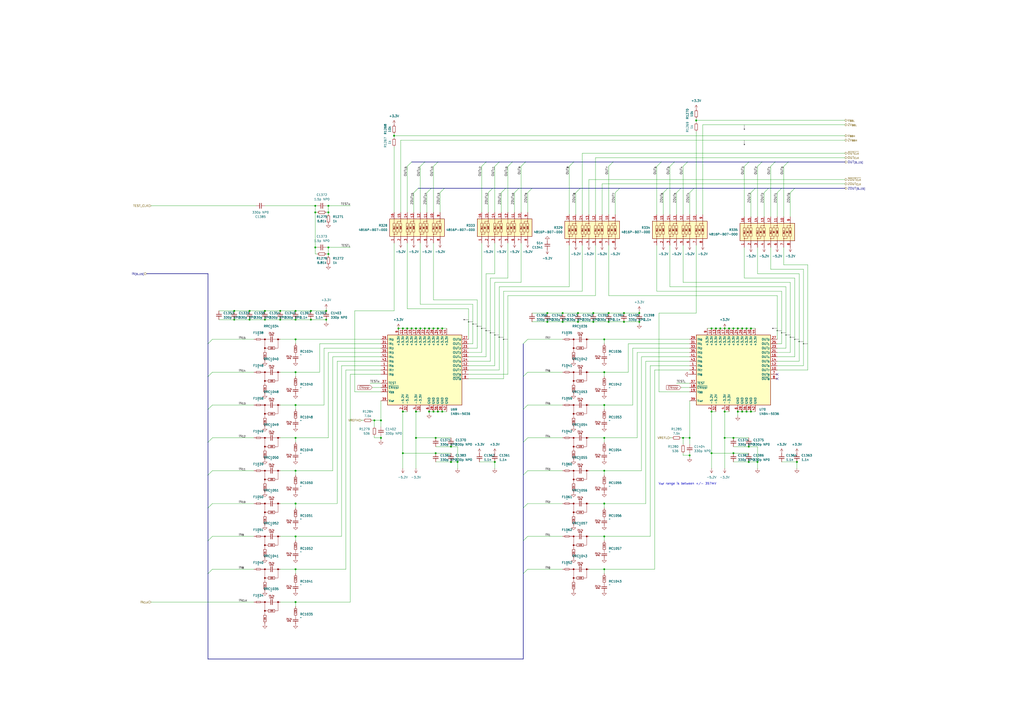
<source format=kicad_sch>
(kicad_sch (version 20231120) (generator "eeschema") (generator_version "8.0")
  (paper "A2")
  (junction (at 252.73 262.89))
  (junction (at 422.91 190.5))
  (junction (at 233.68 238.76))
  (junction (at 370.84 181.61))
  (junction (at 317.5 181.61))
  (junction (at 233.68 262.89))
  (junction (at 427.99 190.5))
  (junction (at 153.67 180.34))
  (junction (at 425.45 254))
  (junction (at 427.99 238.76))
  (junction (at 171.45 180.34))
  (junction (at 350.52 215.9))
  (junction (at 420.37 190.5))
  (junction (at 265.43 267.97))
  (junction (at 144.78 185.42))
  (junction (at 220.98 254))
  (junction (at 361.95 186.69))
  (junction (at 350.52 292.1))
  (junction (at 231.14 190.5))
  (junction (at 251.46 238.76))
  (junction (at 420.37 254))
  (junction (at 350.52 273.05))
  (junction (at 241.3 254))
  (junction (at 415.29 190.5))
  (junction (at 171.45 215.9))
  (junction (at 135.89 180.34))
  (junction (at 425.45 190.5))
  (junction (at 248.92 238.76))
  (junction (at 171.45 234.95))
  (junction (at 434.34 267.97))
  (junction (at 335.28 181.61))
  (junction (at 353.06 186.69))
  (junction (at 412.75 190.5))
  (junction (at 462.28 267.97))
  (junction (at 256.54 238.76))
  (junction (at 433.07 238.76))
  (junction (at 435.61 238.76))
  (junction (at 254 238.76))
  (junction (at 189.23 180.34))
  (junction (at 190.5 147.32))
  (junction (at 252.73 254))
  (junction (at 370.84 186.69))
  (junction (at 182.88 119.38))
  (junction (at 350.52 254))
  (junction (at 425.45 262.89))
  (junction (at 350.52 311.15))
  (junction (at 171.45 292.1))
  (junction (at 162.56 180.34))
  (junction (at 171.45 273.05))
  (junction (at 434.34 259.08))
  (junction (at 171.45 254))
  (junction (at 189.23 185.42))
  (junction (at 241.3 238.76))
  (junction (at 180.34 180.34))
  (junction (at 350.52 330.2))
  (junction (at 417.83 190.5))
  (junction (at 180.34 185.42))
  (junction (at 261.62 259.08))
  (junction (at 228.6 78.74))
  (junction (at 220.98 243.84))
  (junction (at 135.89 185.42))
  (junction (at 403.86 69.85))
  (junction (at 430.53 190.5))
  (junction (at 144.78 180.34))
  (junction (at 162.56 185.42))
  (junction (at 171.45 311.15))
  (junction (at 412.75 262.89))
  (junction (at 182.88 143.51))
  (junction (at 400.05 264.16))
  (junction (at 335.28 186.69))
  (junction (at 350.52 196.85))
  (junction (at 326.39 186.69))
  (junction (at 236.22 190.5))
  (junction (at 317.5 186.69))
  (junction (at 246.38 190.5))
  (junction (at 171.45 196.85))
  (junction (at 430.53 238.76))
  (junction (at 190.5 123.19))
  (junction (at 400.05 254))
  (junction (at 243.84 190.5))
  (junction (at 439.42 267.97))
  (junction (at 171.45 185.42))
  (junction (at 350.52 234.95))
  (junction (at 361.95 181.61))
  (junction (at 190.5 119.38))
  (junction (at 254 190.5))
  (junction (at 171.45 330.2))
  (junction (at 171.45 349.25))
  (junction (at 326.39 181.61))
  (junction (at 435.61 190.5))
  (junction (at 287.02 267.97))
  (junction (at 256.54 190.5))
  (junction (at 190.5 143.51))
  (junction (at 153.67 185.42))
  (junction (at 344.17 181.61))
  (junction (at 233.68 190.5))
  (junction (at 182.88 123.19))
  (junction (at 238.76 190.5))
  (junction (at 261.62 267.97))
  (junction (at 433.07 190.5))
  (junction (at 241.3 190.5))
  (junction (at 251.46 190.5))
  (junction (at 396.24 254))
  (junction (at 412.75 238.76))
  (junction (at 248.92 190.5))
  (junction (at 217.17 243.84))
  (junction (at 420.37 238.76))
  (junction (at 344.17 186.69))
  (junction (at 353.06 181.61))
  (no_connect (at 450.85 217.17))
  (no_connect (at 450.85 219.71))
  (bus_entry (at 297.18 93.98) (size -2.54 2.54))
  (bus_entry (at 120.65 332.74) (size 2.54 -2.54))
  (bus_entry (at 434.34 93.98) (size -2.54 2.54))
  (bus_entry (at 242.57 109.22) (size -2.54 2.54))
  (bus_entry (at 394.97 109.22) (size -2.54 2.54))
  (bus_entry (at 355.6 93.98) (size -2.54 2.54))
  (bus_entry (at 453.39 109.22) (size -2.54 2.54))
  (bus_entry (at 308.61 109.22) (size -2.54 2.54))
  (bus_entry (at 304.8 93.98) (size -2.54 2.54))
  (bus_entry (at 438.15 109.22) (size -2.54 2.54))
  (bus_entry (at 461.01 109.22) (size -2.54 2.54))
  (bus_entry (at 303.53 256.54) (size 2.54 -2.54))
  (bus_entry (at 336.55 109.22) (size -2.54 2.54))
  (bus_entry (at 303.53 218.44) (size 2.54 -2.54))
  (bus_entry (at 246.38 93.98) (size -2.54 2.54))
  (bus_entry (at 445.77 109.22) (size -2.54 2.54))
  (bus_entry (at 303.53 332.74) (size 2.54 -2.54))
  (bus_entry (at 303.53 275.59) (size 2.54 -2.54))
  (bus_entry (at 254 93.98) (size -2.54 2.54))
  (bus_entry (at 303.53 199.39) (size 2.54 -2.54))
  (bus_entry (at 257.81 109.22) (size -2.54 2.54))
  (bus_entry (at 398.78 93.98) (size -2.54 2.54))
  (bus_entry (at 300.99 109.22) (size -2.54 2.54))
  (bus_entry (at 383.54 93.98) (size -2.54 2.54))
  (bus_entry (at 303.53 294.64) (size 2.54 -2.54))
  (bus_entry (at 293.37 109.22) (size -2.54 2.54))
  (bus_entry (at 391.16 93.98) (size -2.54 2.54))
  (bus_entry (at 387.35 109.22) (size -2.54 2.54))
  (bus_entry (at 250.19 109.22) (size -2.54 2.54))
  (bus_entry (at 289.56 93.98) (size -2.54 2.54))
  (bus_entry (at 457.2 93.98) (size -2.54 2.54))
  (bus_entry (at 303.53 237.49) (size 2.54 -2.54))
  (bus_entry (at 120.65 294.64) (size 2.54 -2.54))
  (bus_entry (at 359.41 109.22) (size -2.54 2.54))
  (bus_entry (at 285.75 109.22) (size -2.54 2.54))
  (bus_entry (at 120.65 199.39) (size 2.54 -2.54))
  (bus_entry (at 332.74 93.98) (size -2.54 2.54))
  (bus_entry (at 120.65 218.44) (size 2.54 -2.54))
  (bus_entry (at 441.96 93.98) (size -2.54 2.54))
  (bus_entry (at 120.65 275.59) (size 2.54 -2.54))
  (bus_entry (at 402.59 109.22) (size -2.54 2.54))
  (bus_entry (at 281.94 93.98) (size -2.54 2.54))
  (bus_entry (at 449.58 93.98) (size -2.54 2.54))
  (bus_entry (at 120.65 313.69) (size 2.54 -2.54))
  (bus_entry (at 238.76 93.98) (size -2.54 2.54))
  (bus_entry (at 120.65 256.54) (size 2.54 -2.54))
  (bus_entry (at 303.53 313.69) (size 2.54 -2.54))
  (bus_entry (at 120.65 237.49) (size 2.54 -2.54))
  (wire (pts (xy 458.47 111.76) (xy 458.47 125.73)))
  (wire (pts (xy 153.67 185.42) (xy 162.56 185.42)))
  (bus (pts (xy 355.6 93.98) (xy 383.54 93.98)))
  (wire (pts (xy 220.98 247.65) (xy 220.98 243.84)))
  (wire (pts (xy 171.45 332.74) (xy 171.45 330.2)))
  (bus (pts (xy 254 93.98) (xy 281.94 93.98)))
  (bus (pts (xy 303.53 313.69) (xy 303.53 332.74)))
  (wire (pts (xy 287.02 267.97) (xy 287.02 271.78)))
  (wire (pts (xy 162.56 180.34) (xy 171.45 180.34)))
  (wire (pts (xy 254 238.76) (xy 256.54 238.76)))
  (wire (pts (xy 271.78 196.85) (xy 271.78 179.07)))
  (wire (pts (xy 190.5 119.38) (xy 203.2 119.38)))
  (wire (pts (xy 341.63 104.14) (xy 341.63 124.46)))
  (wire (pts (xy 123.19 254) (xy 147.32 254)))
  (wire (pts (xy 372.11 273.05) (xy 372.11 207.01)))
  (wire (pts (xy 455.93 201.93) (xy 455.93 166.37)))
  (wire (pts (xy 430.53 238.76) (xy 433.07 238.76)))
  (wire (pts (xy 400.05 264.16) (xy 400.05 265.43)))
  (wire (pts (xy 228.6 78.74) (xy 490.22 78.74)))
  (wire (pts (xy 350.52 273.05) (xy 372.11 273.05)))
  (wire (pts (xy 171.45 199.39) (xy 171.45 196.85)))
  (wire (pts (xy 182.88 143.51) (xy 182.88 147.32)))
  (wire (pts (xy 306.07 254) (xy 326.39 254)))
  (wire (pts (xy 171.45 349.25) (xy 203.2 349.25)))
  (wire (pts (xy 454.66 153.67) (xy 454.66 143.51)))
  (wire (pts (xy 198.12 212.09) (xy 220.98 212.09)))
  (wire (pts (xy 350.52 256.54) (xy 350.52 254)))
  (bus (pts (xy 402.59 109.22) (xy 438.15 109.22)))
  (wire (pts (xy 189.23 119.38) (xy 190.5 119.38)))
  (wire (pts (xy 271.78 214.63) (xy 289.56 214.63)))
  (wire (pts (xy 265.43 267.97) (xy 265.43 271.78)))
  (wire (pts (xy 364.49 199.39) (xy 400.05 199.39)))
  (wire (pts (xy 220.98 254) (xy 217.17 254)))
  (wire (pts (xy 381 168.91) (xy 381 142.24)))
  (wire (pts (xy 294.64 161.29) (xy 294.64 140.97)))
  (wire (pts (xy 420.37 190.5) (xy 422.91 190.5)))
  (wire (pts (xy 123.19 273.05) (xy 147.32 273.05)))
  (wire (pts (xy 326.39 186.69) (xy 335.28 186.69)))
  (wire (pts (xy 435.61 190.5) (xy 438.15 190.5)))
  (wire (pts (xy 248.92 238.76) (xy 248.92 240.03)))
  (wire (pts (xy 337.82 88.9) (xy 337.82 124.46)))
  (wire (pts (xy 182.88 119.38) (xy 182.88 123.19)))
  (wire (pts (xy 450.85 171.45) (xy 353.06 171.45)))
  (wire (pts (xy 370.84 180.34) (xy 370.84 181.61)))
  (wire (pts (xy 123.19 234.95) (xy 147.32 234.95)))
  (bus (pts (xy 257.81 109.22) (xy 285.75 109.22)))
  (wire (pts (xy 171.45 185.42) (xy 180.34 185.42)))
  (wire (pts (xy 203.2 349.25) (xy 203.2 217.17)))
  (wire (pts (xy 252.73 259.08) (xy 261.62 259.08)))
  (wire (pts (xy 189.23 185.42) (xy 189.23 186.69)))
  (bus (pts (xy 359.41 109.22) (xy 387.35 109.22)))
  (wire (pts (xy 388.62 96.52) (xy 388.62 124.46)))
  (wire (pts (xy 233.68 238.76) (xy 233.68 262.89)))
  (wire (pts (xy 350.52 234.95) (xy 367.03 234.95)))
  (wire (pts (xy 243.84 190.5) (xy 246.38 190.5)))
  (wire (pts (xy 344.17 186.69) (xy 353.06 186.69)))
  (bus (pts (xy 120.65 218.44) (xy 120.65 237.49)))
  (wire (pts (xy 306.07 330.2) (xy 326.39 330.2)))
  (wire (pts (xy 461.01 207.01) (xy 461.01 161.29)))
  (bus (pts (xy 120.65 158.75) (xy 120.65 199.39)))
  (wire (pts (xy 400.05 227.33) (xy 382.27 227.33)))
  (wire (pts (xy 292.1 168.91) (xy 292.1 219.71)))
  (wire (pts (xy 382.27 181.61) (xy 403.86 181.61)))
  (wire (pts (xy 171.45 275.59) (xy 171.45 273.05)))
  (wire (pts (xy 171.45 294.64) (xy 171.45 292.1)))
  (wire (pts (xy 123.19 311.15) (xy 147.32 311.15)))
  (wire (pts (xy 400.05 201.93) (xy 367.03 201.93)))
  (wire (pts (xy 345.44 171.45) (xy 345.44 142.24)))
  (wire (pts (xy 450.85 209.55) (xy 463.55 209.55)))
  (wire (pts (xy 350.52 313.69) (xy 350.52 311.15)))
  (bus (pts (xy 391.16 93.98) (xy 398.78 93.98)))
  (bus (pts (xy 434.34 93.98) (xy 441.96 93.98)))
  (wire (pts (xy 410.21 190.5) (xy 412.75 190.5)))
  (wire (pts (xy 220.98 214.63) (xy 200.66 214.63)))
  (wire (pts (xy 271.78 212.09) (xy 287.02 212.09)))
  (wire (pts (xy 190.5 119.38) (xy 190.5 123.19)))
  (bus (pts (xy 308.61 109.22) (xy 336.55 109.22)))
  (bus (pts (xy 303.53 237.49) (xy 303.53 256.54)))
  (wire (pts (xy 425.45 254) (xy 434.34 254)))
  (wire (pts (xy 431.8 96.52) (xy 431.8 125.73)))
  (wire (pts (xy 171.45 254) (xy 190.5 254)))
  (wire (pts (xy 369.57 204.47) (xy 369.57 254)))
  (wire (pts (xy 468.63 153.67) (xy 454.66 153.67)))
  (wire (pts (xy 422.91 190.5) (xy 425.45 190.5)))
  (wire (pts (xy 271.78 209.55) (xy 284.48 209.55)))
  (wire (pts (xy 400.05 232.41) (xy 400.05 254)))
  (wire (pts (xy 392.43 111.76) (xy 392.43 124.46)))
  (wire (pts (xy 350.52 311.15) (xy 377.19 311.15)))
  (wire (pts (xy 439.42 259.08) (xy 439.42 267.97)))
  (wire (pts (xy 370.84 186.69) (xy 370.84 187.96)))
  (wire (pts (xy 374.65 209.55) (xy 374.65 292.1)))
  (wire (pts (xy 350.52 332.74) (xy 350.52 330.2)))
  (bus (pts (xy 461.01 109.22) (xy 490.22 109.22)))
  (wire (pts (xy 144.78 185.42) (xy 153.67 185.42)))
  (wire (pts (xy 412.75 238.76) (xy 412.75 262.89)))
  (wire (pts (xy 427.99 241.3) (xy 427.99 238.76)))
  (wire (pts (xy 341.63 311.15) (xy 350.52 311.15)))
  (wire (pts (xy 350.52 292.1) (xy 374.65 292.1)))
  (wire (pts (xy 190.5 123.19) (xy 189.23 123.19)))
  (bus (pts (xy 332.74 93.98) (xy 355.6 93.98)))
  (wire (pts (xy 330.2 166.37) (xy 330.2 142.24)))
  (wire (pts (xy 276.86 173.99) (xy 251.46 173.99)))
  (bus (pts (xy 120.65 332.74) (xy 120.65 382.27)))
  (wire (pts (xy 171.45 351.79) (xy 171.45 349.25)))
  (wire (pts (xy 185.42 215.9) (xy 185.42 199.39)))
  (wire (pts (xy 353.06 186.69) (xy 361.95 186.69)))
  (wire (pts (xy 350.52 294.64) (xy 350.52 292.1)))
  (wire (pts (xy 392.43 222.25) (xy 400.05 222.25)))
  (wire (pts (xy 403.86 68.58) (xy 403.86 69.85)))
  (wire (pts (xy 377.19 212.09) (xy 400.05 212.09)))
  (bus (pts (xy 303.53 218.44) (xy 303.53 237.49)))
  (wire (pts (xy 458.47 163.83) (xy 396.24 163.83)))
  (wire (pts (xy 162.56 349.25) (xy 171.45 349.25)))
  (wire (pts (xy 420.37 238.76) (xy 422.91 238.76)))
  (wire (pts (xy 220.98 232.41) (xy 220.98 243.84)))
  (wire (pts (xy 189.23 179.07) (xy 189.23 180.34)))
  (wire (pts (xy 203.2 217.17) (xy 220.98 217.17)))
  (wire (pts (xy 425.45 262.89) (xy 434.34 262.89)))
  (wire (pts (xy 298.45 111.76) (xy 298.45 123.19)))
  (wire (pts (xy 364.49 215.9) (xy 364.49 199.39)))
  (wire (pts (xy 233.68 238.76) (xy 236.22 238.76)))
  (wire (pts (xy 403.86 69.85) (xy 403.86 71.12)))
  (wire (pts (xy 317.5 181.61) (xy 326.39 181.61)))
  (wire (pts (xy 162.56 292.1) (xy 171.45 292.1)))
  (wire (pts (xy 228.6 180.34) (xy 228.6 140.97)))
  (wire (pts (xy 377.19 311.15) (xy 377.19 212.09)))
  (wire (pts (xy 450.85 196.85) (xy 450.85 171.45)))
  (wire (pts (xy 162.56 234.95) (xy 171.45 234.95)))
  (wire (pts (xy 243.84 96.52) (xy 243.84 123.19)))
  (wire (pts (xy 425.45 190.5) (xy 427.99 190.5)))
  (wire (pts (xy 461.01 161.29) (xy 431.8 161.29)))
  (wire (pts (xy 341.63 234.95) (xy 350.52 234.95)))
  (bus (pts (xy 246.38 93.98) (xy 254 93.98)))
  (wire (pts (xy 236.22 179.07) (xy 236.22 140.97)))
  (wire (pts (xy 372.11 207.01) (xy 400.05 207.01)))
  (wire (pts (xy 287.02 163.83) (xy 302.26 163.83)))
  (wire (pts (xy 232.41 81.28) (xy 232.41 123.19)))
  (wire (pts (xy 290.83 111.76) (xy 290.83 123.19)))
  (wire (pts (xy 265.43 259.08) (xy 265.43 267.97)))
  (wire (pts (xy 292.1 168.91) (xy 337.82 168.91)))
  (wire (pts (xy 240.03 111.76) (xy 240.03 123.19)))
  (wire (pts (xy 400.05 111.76) (xy 400.05 124.46)))
  (wire (pts (xy 195.58 209.55) (xy 195.58 292.1)))
  (wire (pts (xy 439.42 267.97) (xy 434.34 267.97)))
  (wire (pts (xy 415.29 190.5) (xy 417.83 190.5)))
  (bus (pts (xy 453.39 109.22) (xy 461.01 109.22)))
  (wire (pts (xy 162.56 254) (xy 171.45 254)))
  (wire (pts (xy 171.45 330.2) (xy 200.66 330.2)))
  (bus (pts (xy 457.2 93.98) (xy 490.22 93.98)))
  (wire (pts (xy 217.17 243.84) (xy 217.17 247.65)))
  (wire (pts (xy 443.23 111.76) (xy 443.23 125.73)))
  (wire (pts (xy 190.5 143.51) (xy 190.5 147.32)))
  (wire (pts (xy 182.88 119.38) (xy 184.15 119.38)))
  (wire (pts (xy 439.42 158.75) (xy 439.42 143.51)))
  (wire (pts (xy 162.56 215.9) (xy 171.45 215.9)))
  (wire (pts (xy 294.64 171.45) (xy 345.44 171.45)))
  (wire (pts (xy 450.85 201.93) (xy 455.93 201.93)))
  (wire (pts (xy 350.52 254) (xy 369.57 254)))
  (wire (pts (xy 271.78 179.07) (xy 236.22 179.07)))
  (wire (pts (xy 302.26 163.83) (xy 302.26 140.97)))
  (wire (pts (xy 284.48 161.29) (xy 294.64 161.29)))
  (wire (pts (xy 350.52 215.9) (xy 364.49 215.9)))
  (wire (pts (xy 205.74 180.34) (xy 228.6 180.34)))
  (wire (pts (xy 220.98 201.93) (xy 187.96 201.93)))
  (bus (pts (xy 383.54 93.98) (xy 391.16 93.98)))
  (wire (pts (xy 400.05 262.89) (xy 400.05 264.16)))
  (wire (pts (xy 162.56 185.42) (xy 171.45 185.42)))
  (wire (pts (xy 400.05 214.63) (xy 379.73 214.63)))
  (wire (pts (xy 251.46 238.76) (xy 254 238.76)))
  (wire (pts (xy 400.05 264.16) (xy 396.24 264.16)))
  (wire (pts (xy 279.4 96.52) (xy 279.4 123.19)))
  (wire (pts (xy 187.96 201.93) (xy 187.96 234.95)))
  (wire (pts (xy 382.27 227.33) (xy 382.27 181.61)))
  (wire (pts (xy 306.07 196.85) (xy 326.39 196.85)))
  (wire (pts (xy 353.06 96.52) (xy 353.06 124.46)))
  (wire (pts (xy 252.73 267.97) (xy 261.62 267.97)))
  (wire (pts (xy 271.78 217.17) (xy 294.64 217.17)))
  (wire (pts (xy 171.45 292.1) (xy 195.58 292.1)))
  (bus (pts (xy 120.65 256.54) (xy 120.65 275.59)))
  (wire (pts (xy 466.09 212.09) (xy 466.09 156.21)))
  (wire (pts (xy 350.52 275.59) (xy 350.52 273.05)))
  (wire (pts (xy 220.98 204.47) (xy 190.5 204.47)))
  (wire (pts (xy 182.88 123.19) (xy 182.88 143.51)))
  (wire (pts (xy 247.65 111.76) (xy 247.65 123.19)))
  (wire (pts (xy 162.56 330.2) (xy 171.45 330.2)))
  (wire (pts (xy 420.37 254) (xy 420.37 271.78)))
  (wire (pts (xy 341.63 215.9) (xy 350.52 215.9)))
  (wire (pts (xy 430.53 190.5) (xy 433.07 190.5)))
  (wire (pts (xy 189.23 147.32) (xy 190.5 147.32)))
  (wire (pts (xy 256.54 238.76) (xy 259.08 238.76)))
  (wire (pts (xy 251.46 173.99) (xy 251.46 140.97)))
  (wire (pts (xy 171.45 237.49) (xy 171.45 234.95)))
  (wire (pts (xy 403.86 76.2) (xy 403.86 124.46)))
  (wire (pts (xy 412.75 262.89) (xy 412.75 271.78)))
  (bus (pts (xy 303.53 332.74) (xy 303.53 382.27)))
  (wire (pts (xy 450.85 204.47) (xy 458.47 204.47)))
  (wire (pts (xy 271.78 207.01) (xy 281.94 207.01)))
  (wire (pts (xy 171.45 196.85) (xy 220.98 196.85)))
  (wire (pts (xy 289.56 214.63) (xy 289.56 166.37)))
  (wire (pts (xy 396.24 96.52) (xy 396.24 124.46)))
  (wire (pts (xy 238.76 190.5) (xy 241.3 190.5)))
  (wire (pts (xy 463.55 158.75) (xy 439.42 158.75)))
  (wire (pts (xy 220.98 252.73) (xy 220.98 254)))
  (wire (pts (xy 403.86 69.85) (xy 490.22 69.85)))
  (wire (pts (xy 182.88 143.51) (xy 184.15 143.51)))
  (wire (pts (xy 171.45 313.69) (xy 171.45 311.15)))
  (wire (pts (xy 123.19 292.1) (xy 147.32 292.1)))
  (wire (pts (xy 144.78 180.34) (xy 153.67 180.34)))
  (wire (pts (xy 341.63 254) (xy 350.52 254)))
  (bus (pts (xy 250.19 109.22) (xy 257.81 109.22)))
  (bus (pts (xy 398.78 93.98) (xy 434.34 93.98)))
  (wire (pts (xy 344.17 181.61) (xy 353.06 181.61)))
  (wire (pts (xy 306.07 311.15) (xy 326.39 311.15)))
  (wire (pts (xy 153.67 180.34) (xy 162.56 180.34)))
  (wire (pts (xy 171.45 215.9) (xy 185.42 215.9)))
  (wire (pts (xy 308.61 181.61) (xy 317.5 181.61)))
  (wire (pts (xy 123.19 330.2) (xy 147.32 330.2)))
  (wire (pts (xy 190.5 123.19) (xy 190.5 124.46)))
  (wire (pts (xy 453.39 168.91) (xy 381 168.91)))
  (wire (pts (xy 265.43 267.97) (xy 261.62 267.97)))
  (wire (pts (xy 162.56 273.05) (xy 171.45 273.05)))
  (wire (pts (xy 171.45 256.54) (xy 171.45 254)))
  (wire (pts (xy 243.84 176.53) (xy 243.84 140.97)))
  (wire (pts (xy 261.62 259.08) (xy 265.43 259.08)))
  (wire (pts (xy 271.78 204.47) (xy 279.4 204.47)))
  (wire (pts (xy 135.89 185.42) (xy 144.78 185.42)))
  (wire (pts (xy 306.07 111.76) (xy 306.07 123.19)))
  (wire (pts (xy 254 190.5) (xy 256.54 190.5)))
  (wire (pts (xy 326.39 181.61) (xy 335.28 181.61)))
  (wire (pts (xy 217.17 243.84) (xy 220.98 243.84)))
  (wire (pts (xy 162.56 311.15) (xy 171.45 311.15)))
  (wire (pts (xy 294.64 217.17) (xy 294.64 171.45)))
  (wire (pts (xy 439.42 267.97) (xy 439.42 271.78)))
  (bus (pts (xy 297.18 93.98) (xy 304.8 93.98)))
  (wire (pts (xy 345.44 124.46) (xy 345.44 91.44)))
  (wire (pts (xy 353.06 171.45) (xy 353.06 142.24)))
  (wire (pts (xy 420.37 254) (xy 420.37 238.76)))
  (wire (pts (xy 127 180.34) (xy 135.89 180.34)))
  (wire (pts (xy 306.07 234.95) (xy 326.39 234.95)))
  (wire (pts (xy 302.26 96.52) (xy 302.26 123.19)))
  (wire (pts (xy 241.3 254) (xy 252.73 254)))
  (wire (pts (xy 427.99 238.76) (xy 430.53 238.76)))
  (bus (pts (xy 85.09 158.75) (xy 120.65 158.75)))
  (bus (pts (xy 120.65 237.49) (xy 120.65 256.54)))
  (wire (pts (xy 281.94 158.75) (xy 287.02 158.75)))
  (wire (pts (xy 214.63 222.25) (xy 220.98 222.25)))
  (wire (pts (xy 466.09 156.21) (xy 447.04 156.21)))
  (bus (pts (xy 303.53 294.64) (xy 303.53 313.69)))
  (wire (pts (xy 233.68 262.89) (xy 233.68 271.78)))
  (wire (pts (xy 228.6 78.74) (xy 228.6 80.01)))
  (wire (pts (xy 241.3 254) (xy 241.3 271.78)))
  (bus (pts (xy 289.56 93.98) (xy 297.18 93.98)))
  (wire (pts (xy 407.67 72.39) (xy 407.67 124.46)))
  (wire (pts (xy 287.02 158.75) (xy 287.02 140.97)))
  (wire (pts (xy 193.04 273.05) (xy 193.04 207.01)))
  (wire (pts (xy 153.67 119.38) (xy 182.88 119.38)))
  (bus (pts (xy 120.65 313.69) (xy 120.65 332.74)))
  (wire (pts (xy 184.15 147.32) (xy 182.88 147.32)))
  (wire (pts (xy 278.13 267.97) (xy 287.02 267.97)))
  (wire (pts (xy 232.41 81.28) (xy 490.22 81.28)))
  (wire (pts (xy 294.64 96.52) (xy 294.64 123.19)))
  (wire (pts (xy 162.56 196.85) (xy 171.45 196.85)))
  (wire (pts (xy 463.55 209.55) (xy 463.55 158.75)))
  (wire (pts (xy 367.03 201.93) (xy 367.03 234.95)))
  (bus (pts (xy 304.8 93.98) (xy 332.74 93.98)))
  (wire (pts (xy 215.9 224.79) (xy 220.98 224.79)))
  (wire (pts (xy 274.32 199.39) (xy 274.32 176.53)))
  (wire (pts (xy 396.24 254) (xy 396.24 257.81)))
  (wire (pts (xy 241.3 238.76) (xy 243.84 238.76)))
  (wire (pts (xy 417.83 190.5) (xy 420.37 190.5)))
  (wire (pts (xy 276.86 201.93) (xy 276.86 173.99)))
  (wire (pts (xy 341.63 292.1) (xy 350.52 292.1)))
  (bus (pts (xy 303.53 199.39) (xy 303.53 218.44)))
  (wire (pts (xy 361.95 186.69) (xy 370.84 186.69)))
  (wire (pts (xy 453.39 267.97) (xy 462.28 267.97)))
  (wire (pts (xy 330.2 96.52) (xy 330.2 124.46)))
  (bus (pts (xy 120.65 294.64) (xy 120.65 313.69)))
  (wire (pts (xy 425.45 259.08) (xy 434.34 259.08)))
  (wire (pts (xy 341.63 330.2) (xy 350.52 330.2)))
  (wire (pts (xy 171.45 273.05) (xy 193.04 273.05)))
  (wire (pts (xy 350.52 330.2) (xy 379.73 330.2)))
  (bus (pts (xy 438.15 109.22) (xy 445.77 109.22)))
  (wire (pts (xy 228.6 77.47) (xy 228.6 78.74)))
  (wire (pts (xy 274.32 176.53) (xy 243.84 176.53)))
  (bus (pts (xy 120.65 275.59) (xy 120.65 294.64)))
  (wire (pts (xy 271.78 199.39) (xy 274.32 199.39)))
  (wire (pts (xy 453.39 199.39) (xy 453.39 168.91)))
  (wire (pts (xy 394.97 224.79) (xy 400.05 224.79)))
  (wire (pts (xy 447.04 96.52) (xy 447.04 125.73)))
  (bus (pts (xy 445.77 109.22) (xy 453.39 109.22)))
  (wire (pts (xy 233.68 190.5) (xy 236.22 190.5)))
  (wire (pts (xy 317.5 186.69) (xy 326.39 186.69)))
  (wire (pts (xy 396.24 163.83) (xy 396.24 142.24)))
  (bus (pts (xy 300.99 109.22) (xy 308.61 109.22)))
  (wire (pts (xy 279.4 140.97) (xy 279.4 204.47)))
  (wire (pts (xy 400.05 209.55) (xy 374.65 209.55)))
  (wire (pts (xy 87.63 349.25) (xy 147.32 349.25)))
  (wire (pts (xy 215.9 243.84) (xy 217.17 243.84)))
  (bus (pts (xy 293.37 109.22) (xy 300.99 109.22)))
  (wire (pts (xy 427.99 190.5) (xy 430.53 190.5)))
  (wire (pts (xy 246.38 190.5) (xy 248.92 190.5)))
  (wire (pts (xy 439.42 96.52) (xy 439.42 125.73)))
  (wire (pts (xy 287.02 212.09) (xy 287.02 163.83)))
  (wire (pts (xy 252.73 254) (xy 261.62 254)))
  (wire (pts (xy 87.63 119.38) (xy 148.59 119.38)))
  (wire (pts (xy 171.45 311.15) (xy 198.12 311.15)))
  (wire (pts (xy 171.45 234.95) (xy 187.96 234.95)))
  (wire (pts (xy 350.52 199.39) (xy 350.52 196.85)))
  (wire (pts (xy 281.94 207.01) (xy 281.94 158.75)))
  (wire (pts (xy 248.92 238.76) (xy 251.46 238.76)))
  (wire (pts (xy 209.55 243.84) (xy 210.82 243.84)))
  (wire (pts (xy 182.88 123.19) (xy 184.15 123.19)))
  (bus (pts (xy 120.65 199.39) (xy 120.65 218.44)))
  (wire (pts (xy 433.07 238.76) (xy 435.61 238.76)))
  (wire (pts (xy 412.75 238.76) (xy 415.29 238.76)))
  (wire (pts (xy 190.5 204.47) (xy 190.5 254)))
  (wire (pts (xy 425.45 267.97) (xy 434.34 267.97)))
  (bus (pts (xy 303.53 256.54) (xy 303.53 275.59)))
  (wire (pts (xy 450.85 207.01) (xy 461.01 207.01)))
  (bus (pts (xy 336.55 109.22) (xy 359.41 109.22)))
  (wire (pts (xy 251.46 96.52) (xy 251.46 123.19)))
  (wire (pts (xy 198.12 311.15) (xy 198.12 212.09)))
  (bus (pts (xy 394.97 109.22) (xy 402.59 109.22)))
  (wire (pts (xy 450.85 214.63) (xy 468.63 214.63)))
  (wire (pts (xy 308.61 186.69) (xy 317.5 186.69)))
  (wire (pts (xy 341.63 196.85) (xy 350.52 196.85)))
  (wire (pts (xy 185.42 199.39) (xy 220.98 199.39)))
  (wire (pts (xy 394.97 254) (xy 396.24 254)))
  (wire (pts (xy 462.28 267.97) (xy 462.28 271.78)))
  (wire (pts (xy 345.44 91.44) (xy 490.22 91.44)))
  (wire (pts (xy 400.05 204.47) (xy 369.57 204.47)))
  (wire (pts (xy 447.04 156.21) (xy 447.04 143.51)))
  (wire (pts (xy 256.54 190.5) (xy 259.08 190.5)))
  (wire (pts (xy 396.24 262.89) (xy 396.24 264.16)))
  (wire (pts (xy 341.63 273.05) (xy 350.52 273.05)))
  (wire (pts (xy 454.66 96.52) (xy 454.66 125.73)))
  (wire (pts (xy 388.62 166.37) (xy 388.62 142.24)))
  (wire (pts (xy 335.28 186.69) (xy 344.17 186.69)))
  (wire (pts (xy 349.25 106.68) (xy 490.22 106.68)))
  (wire (pts (xy 283.21 111.76) (xy 283.21 123.19)))
  (bus (pts (xy 449.58 93.98) (xy 457.2 93.98)))
  (wire (pts (xy 306.07 292.1) (xy 326.39 292.1)))
  (wire (pts (xy 435.61 111.76) (xy 435.61 125.73)))
  (wire (pts (xy 455.93 166.37) (xy 388.62 166.37)))
  (wire (pts (xy 400.05 257.81) (xy 400.05 254)))
  (bus (pts (xy 441.96 93.98) (xy 449.58 93.98)))
  (wire (pts (xy 271.78 201.93) (xy 276.86 201.93)))
  (wire (pts (xy 433.07 190.5) (xy 435.61 190.5)))
  (bus (pts (xy 242.57 109.22) (xy 250.19 109.22)))
  (bus (pts (xy 238.76 93.98) (xy 246.38 93.98)))
  (wire (pts (xy 255.27 111.76) (xy 255.27 123.19)))
  (wire (pts (xy 123.19 196.85) (xy 147.32 196.85)))
  (wire (pts (xy 396.24 254) (xy 400.05 254)))
  (bus (pts (xy 281.94 93.98) (xy 289.56 93.98)))
  (wire (pts (xy 450.85 212.09) (xy 466.09 212.09)))
  (wire (pts (xy 171.45 180.34) (xy 180.34 180.34)))
  (wire (pts (xy 220.98 209.55) (xy 195.58 209.55)))
  (wire (pts (xy 190.5 147.32) (xy 190.5 148.59)))
  (wire (pts (xy 439.42 259.08) (xy 434.34 259.08)))
  (wire (pts (xy 231.14 190.5) (xy 233.68 190.5)))
  (wire (pts (xy 412.75 190.5) (xy 415.29 190.5)))
  (wire (pts (xy 361.95 181.61) (xy 370.84 181.61)))
  (bus (pts (xy 120.65 382.27) (xy 303.53 382.27)))
  (wire (pts (xy 127 185.42) (xy 135.89 185.42)))
  (wire (pts (xy 306.07 273.05) (xy 326.39 273.05)))
  (wire (pts (xy 468.63 214.63) (xy 468.63 153.67)))
  (wire (pts (xy 190.5 143.51) (xy 203.2 143.51)))
  (wire (pts (xy 228.6 85.09) (xy 228.6 123.19)))
  (wire (pts (xy 384.81 111.76) (xy 384.81 124.46)))
  (wire (pts (xy 350.52 218.44) (xy 350.52 215.9)))
  (wire (pts (xy 241.3 190.5) (xy 243.84 190.5)))
  (wire (pts (xy 450.85 199.39) (xy 453.39 199.39)))
  (wire (pts (xy 350.52 196.85) (xy 400.05 196.85)))
  (wire (pts (xy 381 96.52) (xy 381 124.46)))
  (wire (pts (xy 388.62 254) (xy 389.89 254)))
  (wire (pts (xy 180.34 185.42) (xy 189.23 185.42)))
  (wire (pts (xy 233.68 262.89) (xy 252.73 262.89)))
  (wire (pts (xy 306.07 215.9) (xy 326.39 215.9)))
  (wire (pts (xy 450.85 111.76) (xy 450.85 125.73)))
  (wire (pts (xy 287.02 96.52) (xy 287.02 123.19)))
  (wire (pts (xy 284.48 209.55) (xy 284.48 161.29)))
  (wire (pts (xy 271.78 219.71) (xy 292.1 219.71)))
  (wire (pts (xy 353.06 181.61) (xy 361.95 181.61)))
  (wire (pts (xy 200.66 214.63) (xy 200.66 330.2)))
  (wire (pts (xy 335.28 181.61) (xy 344.17 181.61)))
  (wire (pts (xy 289.56 166.37) (xy 330.2 166.37)))
  (bus (pts (xy 303.53 275.59) (xy 303.53 294.64)))
  (wire (pts (xy 356.87 111.76) (xy 356.87 124.46)))
  (wire (pts (xy 458.47 204.47) (xy 458.47 163.83)))
  (wire (pts (xy 379.73 214.63) (xy 379.73 330.2)))
  (wire (pts (xy 236.22 190.5) (xy 238.76 190.5)))
  (wire (pts (xy 350.52 237.49) (xy 350.52 234.95)))
  (wire (pts (xy 252.73 262.89) (xy 261.62 262.89)))
  (bus (pts (xy 387.35 109.22) (xy 394.97 109.22)))
  (wire (pts (xy 205.74 227.33) (xy 205.74 180.34)))
  (wire (pts (xy 403.86 181.61) (xy 403.86 142.24)))
  (wire (pts (xy 171.45 218.44) (xy 171.45 215.9)))
  (wire (pts (xy 193.04 207.01) (xy 220.98 207.01)))
  (wire (pts (xy 420.37 254) (xy 425.45 254)))
  (wire (pts (xy 180.34 180.34) (xy 189.23 180.34)))
  (wire (pts (xy 135.89 180.34) (xy 144.78 180.34)))
  (wire (pts (xy 349.25 106.68) (xy 349.25 124.46)))
  (wire (pts (xy 217.17 252.73) (xy 217.17 254)))
  (wire (pts (xy 220.98 254) (xy 220.98 255.27)))
  (wire (pts (xy 248.92 190.5) (xy 251.46 190.5)))
  (wire (pts (xy 412.75 262.89) (xy 425.45 262.89)))
  (bus (pts (xy 285.75 109.22) (xy 293.37 109.22)))
  (wire (pts (xy 341.63 104.14) (xy 490.22 104.14)))
  (wire (pts (xy 334.01 111.76) (xy 334.01 124.46)))
  (wire (pts (xy 123.19 215.9) (xy 147.32 215.9)))
  (wire (pts (xy 337.82 88.9) (xy 490.22 88.9)))
  (wire (pts (xy 431.8 161.29) (xy 431.8 143.51)))
  (wire (pts (xy 435.61 238.76) (xy 438.15 238.76)))
  (wire (pts (xy 220.98 227.33) (xy 205.74 227.33)))
  (wire (pts (xy 236.22 96.52) (xy 236.22 123.19)))
  (wire (pts (xy 189.23 143.51) (xy 190.5 143.51)))
  (wire (pts (xy 251.46 190.5) (xy 254 190.5)))
  (wire (pts (xy 337.82 168.91) (xy 337.82 142.24)))
  (wire (pts (xy 407.67 72.39) (xy 490.22 72.39)))
  (wire (pts (xy 241.3 238.76) (xy 241.3 254)))
  (text "V_{ref} range is between +/- 357mV" (at 398.78 280.67 0) (effects (font (size 1.27 1.27))))
  (label "IN_{12}" (at 138.43 254 0))
  (label "IN_{11}" (at 138.43 273.05 0))
  (label "OUT_{1}" (at 447.04 96.52 270))
  (label "ZOUT_{12}" (at 283.21 111.76 270))
  (label "ZOUT_{5}" (at 392.43 111.76 270))
  (label "IN_{5}" (at 316.23 234.95 0))
  (label "IN_{13}" (at 138.43 234.95 0))
  (label "IN_{2}" (at 316.23 292.1 0))
  (label "ZOUT_{15}" (at 240.03 111.76 270))
  (label "OUT_{9}" (at 302.26 96.52 270))
  (label "IN_{9}" (at 138.43 311.15 0))
  (label "OUT_{3}" (at 431.8 96.52 270))
  (label "OUT_{4}" (at 396.24 96.52 270))
  (label "OUT_{13}" (at 251.46 96.52 270))
  (label "IN_{7}" (at 316.23 196.85 0))
  (label "IN_{0}" (at 316.23 330.2 0))
  (label "ZOUT_{13}" (at 255.27 111.76 270))
  (label "ZOUT_{14}" (at 247.65 111.76 270))
  (label "OUT_{14}" (at 243.84 96.52 270))
  (label "ZOUT_{2}" (at 443.23 111.76 270))
  (label "IN_{6}" (at 316.23 215.9 0))
  (label "ZOUT_{1}" (at 450.85 111.76 270))
  (label "OUT_{2}" (at 439.42 96.52 270))
  (label "TEST_{L}" (at 392.43 222.25 0))
  (label "OUT_{6}" (at 381 96.52 270))
  (label "OUT_{5}" (at 388.62 96.52 270))
  (label "OUT_{11}" (at 287.02 96.52 270))
  (label "ZOUT_{10}" (at 298.45 111.76 270))
  (label "IN_{CLK}" (at 138.43 349.25 0))
  (label "TEST_{H}" (at 214.63 222.25 0))
  (label "OUT_{0}" (at 454.66 96.52 270))
  (label "OUT_{8}" (at 330.2 96.52 270))
  (label "ZOUT_{6}" (at 384.81 111.76 270))
  (label "IN_{3}" (at 316.23 273.05 0))
  (label "TEST_{H}" (at 203.2 119.38 180))
  (label "ZOUT_{0}" (at 458.47 111.76 270))
  (label "ZOUT_{3}" (at 435.61 111.76 270))
  (label "ZOUT_{7}" (at 356.87 111.76 270))
  (label "IN_{10}" (at 138.43 292.1 0))
  (label "IN_{14}" (at 138.43 215.9 0))
  (label "OUT_{7}" (at 353.06 96.52 270))
  (label "TEST_{L}" (at 203.2 143.51 180))
  (label "IN_{15}" (at 138.43 196.85 0))
  (label "ZOUT_{4}" (at 400.05 111.76 270))
  (label "ZOUT_{8}" (at 334.01 111.76 270))
  (label "IN_{1}" (at 316.23 311.15 0))
  (label "IN_{4}" (at 316.23 254 0))
  (label "OUT_{12}" (at 279.4 96.52 270))
  (label "IN_{8}" (at 138.43 330.2 0))
  (label "ZOUT_{9}" (at 306.07 111.76 270))
  (label "OUT_{15}" (at 236.22 96.52 270))
  (label "ZOUT_{11}" (at 290.83 111.76 270))
  (label "OUT_{10}" (at 294.64 96.52 270))
  (global_label "~{EN_{TEST}}" (shape input) (at 215.9 224.79 180) (property "Intersheetrefs" "${INTERSHEET_REFS}" (effects (hide yes))))
  (global_label "~{EN_{TEST}}" (shape input) (at 394.97 224.79 180) (property "Intersheetrefs" "${INTERSHEET_REFS}" (effects (hide yes))))
  (hierarchical_label "IN_{CLK}" (shape input) (at 87.63 349.25 180))
  (hierarchical_label "V_{BB}_{H}" (shape output) (at 490.22 78.74 0))
  (hierarchical_label "~{ZOUT_{CLK}}" (shape output) (at 490.22 104.14 0))
  (hierarchical_label "VREFL" (shape input) (at 388.62 254 180))
  (hierarchical_label "VREFH" (shape input) (at 209.55 243.84 180))
  (hierarchical_label "OUT_{[0..15]}" (shape output) (at 490.22 93.98 0))
  (hierarchical_label "TEST_CLK" (shape input) (at 87.63 119.38 180))
  (hierarchical_label "V_{BB}_{L}" (shape output) (at 490.22 69.85 0))
  (hierarchical_label "ZV_{BB}_{L}" (shape output) (at 490.22 72.39 0))
  (hierarchical_label "ZOUT_{[0..15]}" (shape output) (at 490.22 109.22 0))
  (hierarchical_label "~{OUT_{CLK}}" (shape output) (at 490.22 88.9 0))
  (hierarchical_label "OUT_{CLK}" (shape output) (at 490.22 91.44 0))
  (hierarchical_label "IN_{[0..15]}" (shape input) (at 85.09 158.75 180))
  (hierarchical_label "ZV_{BB}_{H}" (shape output) (at 490.22 81.28 0))
  (hierarchical_label "ZOUT_{CLK}" (shape output) (at 490.22 106.68 0))
  (netclass_flag "" (length 2.54) (shape dot) (at 294.64 196.85 90) (property "Netclass" "CmpOut" (effects (hide yes))))
  (netclass_flag "" (length 2.54) (shape dot) (at 281.94 190.5 90) (property "Netclass" "CmpOut" (effects (hide yes))))
  (netclass_flag "" (length 2.54) (shape dot) (at 279.4 189.23 90) (property "Netclass" "CmpOut" (effects (hide yes))))
  (netclass_flag "" (length 2.54) (shape dot) (at 292.1 195.58 90) (property "Netclass" "CmpOut" (effects (hide yes))))
  (netclass_flag "" (length 2.54) (shape dot) (at 468.63 199.39 90) (property "Netclass" "CmpOut" (effects (hide yes))))
  (netclass_flag "" (length 2.54) (shape dot) (at 455.93 193.04 90) (property "Netclass" "CmpOut" (effects (hide yes))))
  (netclass_flag "" (length 2.54) (shape dot) (at 289.56 194.31 90) (property "Netclass" "CmpOut" (effects (hide yes))))
  (netclass_flag "" (length 2.54) (shape dot) (at 276.86 187.96 90) (property "Netclass" "CmpOut" (effects (hide yes))))
  (netclass_flag "" (length 2.54) (shape dot) (at 274.32 186.69 90) (property "Netclass" "CmpOut" (effects (hide yes))))
  (netclass_flag "" (length 2.54) (shape dot) (at 463.55 196.85 90) (property "Netclass" "CmpOut" (effects (hide yes))))
  (netclass_flag "" (length 2.54) (shape dot) (at 271.78 185.42 90) (property "Netclass" "CmpOut" (effects (hide yes))))
  (netclass_flag "" (length 2.54) (shape dot) (at 450.85 190.5 90) (property "Netclass" "CmpOut" (effects (hide yes))))
  (netclass_flag "" (length 2.54) (shape dot) (at 458.47 194.31 90) (property "Netclass" "CmpOut" (effects (hide yes))))
  (netclass_flag "" (length 2.54) (shape dot) (at 284.48 191.77 90) (property "Netclass" "CmpOut" (effects (hide yes))))
  (netclass_flag "" (length 2.54) (shape dot) (at 461.01 195.58 90) (property "Netclass" "CmpOut" (effects (hide yes))))
  (netclass_flag "" (length 2.54) (shape dot) (at 431.8 72.39 180) (property "Netclass" "Power" (effects (hide yes))))
  (netclass_flag "" (length 2.54) (shape dot) (at 453.39 191.77 90) (property "Netclass" "CmpOut" (effects (hide yes))))
  (netclass_flag "" (length 2.54) (shape dot) (at 466.09 198.12 90) (property "Netclass" "CmpOut" (effects (hide yes))))
  (netclass_flag "" (length 2.54) (shape dot) (at 431.8 81.28 180) (property "Netclass" "Power" (effects (hide yes))))
  (netclass_flag "" (length 2.54) (shape dot) (at 287.02 193.04 90) (property "Netclass" "CmpOut" (effects (hide yes))))
  (symbol (lib_id "Device:Fuse_Small") (at 149.86 349.25 0) (unit 1)
    (property "Reference" "F1034" (at 149.86 345.44 0))
    (property "Value" "~" (at 149.86 346.71 0))
    (property "Footprint" "fp:F0603" (effects (hide yes)))
    (property "Description" "Fuse, small symbol" (effects (hide yes)))
    (instances (project "redux" (path "" (reference "F1034") (unit 1)) (path "" (reference "F1037") (unit 1))))
  )
  (symbol (lib_id "16717a:GND") (at 171.45 285.75 0) (unit 1)
    (property "Reference" "#PWR0147" (effects (hide yes)))
    (property "Value" "GND" (effects (hide yes)))
    (property "Description" "Power symbol creates a global label with name \"GND\" , ground" (effects (hide yes)))
    (instances (project "redux" (path "" (reference "#PWR0147") (unit 1)) (path "" (reference "#PWR0149") (unit 1))))
  )
  (symbol (lib_id "16717a:Input_Filter_2") (at 171.45 300.99 180) (unit 1)
    (property "Reference" "RC1051" (at 173.99 299.1393 0) (effects (justify right)))
    (property "Value" "~" (at 173.99 301.0444 0) (effects (justify right)))
    (property "Footprint" "fp:Input Filter_2" (effects (hide yes)))
    (instances (project "redux" (path "" (reference "RC1051") (unit 1)) (path "" (reference "RC1061") (unit 1))))
  )
  (symbol (lib_id "16717a:GND") (at 153.67 266.7 0) (unit 1)
    (property "Reference" "#PWR0142" (effects (hide yes)))
    (property "Value" "GND" (effects (hide yes)))
    (property "Description" "Power symbol creates a global label with name \"GND\" , ground" (effects (hide yes)))
    (instances (project "redux" (path "" (reference "#PWR0142") (unit 1)) (path "" (reference "#PWR0144") (unit 1))))
  )
  (symbol (lib_id "16717a:Input_Filter_2") (at 350.52 320.04 180) (unit 1)
    (property "Reference" "RC1057" (at 353.06 318.1893 0) (effects (justify right)))
    (property "Value" "~" (at 353.06 320.0944 0) (effects (justify right)))
    (property "Footprint" "fp:Input Filter_2" (effects (hide yes)))
    (instances (project "redux" (path "" (reference "RC1057") (unit 1)) (path "" (reference "RC1066") (unit 1))))
  )
  (symbol (lib_id "16717a:-5.2V") (at 306.07 140.97 180) (unit 1)
    (property "Reference" "#PWR0563" (effects (hide yes)))
    (property "Value" "-5.2V" (at 306.07 146.05 0))
    (property "Description" "Power symbol creates a global label with name \"-5.2V\"" (effects (hide yes)))
    (instances (project "redux" (path "" (reference "#PWR0563") (unit 1)) (path "" (reference "#PWR0564") (unit 1))))
  )
  (symbol (lib_id "Device:C_Small") (at 261.62 265.43 0) (unit 1)
    (property "Reference" "C1383" (at 264.16 264.1662 0) (effects (justify left)))
    (property "Value" "330p NP0" (at 264.16 266.7062 0) (effects (justify left)))
    (property "Footprint" "fp:C0805" (effects (hide yes)))
    (property "Description" "Unpolarized capacitor, small symbol" (effects (hide yes)))
    (instances (project "redux" (path "" (reference "C1383") (unit 1)) (path "" (reference "C1388") (unit 1))))
  )
  (symbol (lib_id "Device:R_Small") (at 228.6 74.93 180) (unit 1)
    (property "Reference" "R1268" (at 223.52 74.93 90))
    (property "Value" "10k" (at 226.06 74.93 90))
    (property "Footprint" "fp:R0805" (effects (hide yes)))
    (property "Description" "Resistor, small symbol" (effects (hide yes)))
    (instances (project "redux" (path "" (reference "R1268") (unit 1)) (path "" (reference "R1250") (unit 1))))
  )
  (symbol (lib_id "16717a:-5.2V") (at 283.21 140.97 180) (unit 1)
    (property "Reference" "#PWR0569" (effects (hide yes)))
    (property "Value" "-5.2V" (at 283.21 146.05 0))
    (property "Description" "Power symbol creates a global label with name \"-5.2V\"" (effects (hide yes)))
    (instances (project "redux" (path "" (reference "#PWR0569") (unit 1)) (path "" (reference "#PWR0570") (unit 1))))
  )
  (symbol (lib_id "16717a:GND") (at 171.45 323.85 0) (unit 1)
    (property "Reference" "#PWR0155" (effects (hide yes)))
    (property "Value" "GND" (effects (hide yes)))
    (property "Description" "Power symbol creates a global label with name \"GND\" , ground" (effects (hide yes)))
    (instances (project "redux" (path "" (reference "#PWR0155") (unit 1)) (path "" (reference "#PWR0157") (unit 1))))
  )
  (symbol (lib_id "16717a:GND") (at 287.02 271.78 0) (unit 1)
    (property "Reference" "#PWR08" (effects (hide yes)))
    (property "Value" "GND" (effects (hide yes)))
    (property "Description" "Power symbol creates a global label with name \"GND\" , ground" (effects (hide yes)))
    (instances (project "redux" (path "" (reference "#PWR08") (unit 1)) (path "" (reference "#PWR024") (unit 1))))
  )
  (symbol (lib_id "16717a:GND") (at 350.52 266.7 0) (unit 1)
    (property "Reference" "#PWR0176" (effects (hide yes)))
    (property "Value" "GND" (effects (hide yes)))
    (property "Description" "Power symbol creates a global label with name \"GND\" , ground" (effects (hide yes)))
    (instances (project "redux" (path "" (reference "#PWR0176") (unit 1)) (path "" (reference "#PWR0194") (unit 1))))
  )
  (symbol (lib_id "16717a:1NB4-5036") (at 246.38 212.09 0) (unit 1)
    (property "Reference" "U69" (at 261.2741 237.49 0) (effects (justify left)))
    (property "Value" "1NB4-5036" (at 261.2741 240.03 0) (effects (justify left)))
    (property "Footprint" "fp:LQFP-44_10x10mm_P0.8mm" (effects (hide yes)))
    (instances (project "redux" (path "" (reference "U69") (unit 1)) (path "" (reference "U71") (unit 1))))
  )
  (symbol (lib_id "16717a:GND") (at 350.52 285.75 0) (unit 1)
    (property "Reference" "#PWR0177" (effects (hide yes)))
    (property "Value" "GND" (effects (hide yes)))
    (property "Description" "Power symbol creates a global label with name \"GND\" , ground" (effects (hide yes)))
    (instances (project "redux" (path "" (reference "#PWR0177") (unit 1)) (path "" (reference "#PWR0195") (unit 1))))
  )
  (symbol (lib_id "Device:C_Small") (at 220.98 250.19 0) (unit 1)
    (property "Reference" "C1402" (at 223.52 248.9262 0) (effects (justify left)))
    (property "Value" "330p NP0" (at 223.52 251.4662 0) (effects (justify left)))
    (property "Footprint" "fp:C0805" (effects (hide yes)))
    (property "Description" "Unpolarized capacitor, small symbol" (effects (hide yes)))
    (instances (project "redux" (path "" (reference "C1402") (unit 1)) (path "" (reference "C1406") (unit 1))))
  )
  (symbol (lib_id "16717a:Input_Filter_2") (at 171.45 320.04 180) (unit 1)
    (property "Reference" "RC1052" (at 173.99 318.1893 0) (effects (justify right)))
    (property "Value" "~" (at 173.99 320.0944 0) (effects (justify right)))
    (property "Footprint" "fp:Input Filter_2" (effects (hide yes)))
    (instances (project "redux" (path "" (reference "RC1052") (unit 1)) (path "" (reference "RC1062") (unit 1))))
  )
  (symbol (lib_id "Device:C_Small") (at 186.69 119.38 90) (unit 1)
    (property "Reference" "C1372" (at 186.6963 113.03 90))
    (property "Value" "1.5p NP0" (at 186.6963 115.57 90))
    (property "Footprint" "fp:C0805" (effects (hide yes)))
    (property "Description" "Unpolarized capacitor, small symbol" (effects (hide yes)))
    (instances (project "redux" (path "" (reference "C1372") (unit 1)) (path "" (reference "C1378") (unit 1))))
  )
  (symbol (lib_id "16717a:Input_Filter") (at 336.55 237.49 0) (unit 1)
    (property "Reference" "RRC1053" (at 336.3722 227.33 0))
    (property "Value" "~" (at 336.3722 228.6 0))
    (property "Footprint" "fp:Input Filter" (effects (hide yes)))
    (instances (project "redux" (path "" (reference "RRC1053") (unit 1)) (path "" (reference "RRC1063") (unit 1))))
  )
  (symbol (lib_id "16717a:Input_Filter_2") (at 350.52 243.84 180) (unit 1)
    (property "Reference" "RC1053" (at 353.06 241.9893 0) (effects (justify right)))
    (property "Value" "~" (at 353.06 243.8944 0) (effects (justify right)))
    (property "Footprint" "fp:Input Filter_2" (effects (hide yes)))
    (instances (project "redux" (path "" (reference "RC1053") (unit 1)) (path "" (reference "RC1064") (unit 1))))
  )
  (symbol (lib_id "Device:C_Small") (at 335.28 184.15 0) (unit 1)
    (property "Reference" "C1342" (at 337.82 182.8862 0) (effects (justify left)))
    (property "Value" "330p NP0" (at 337.82 185.4262 0) (effects (justify left)))
    (property "Footprint" "fp:C0805" (effects (hide yes)))
    (property "Description" "Unpolarized capacitor, small symbol" (effects (hide yes)))
    (instances (project "redux" (path "" (reference "C1342") (unit 1)) (path "" (reference "C1350") (unit 1))))
  )
  (symbol (lib_id "16717a:Input_Filter") (at 336.55 294.64 0) (unit 1)
    (property "Reference" "RRC1056" (at 336.3722 284.48 0))
    (property "Value" "~" (at 336.3722 285.75 0))
    (property "Footprint" "fp:Input Filter" (effects (hide yes)))
    (instances (project "redux" (path "" (reference "RRC1056") (unit 1)) (path "" (reference "RRC1066") (unit 1))))
  )
  (symbol (lib_id "16717a:GND") (at 190.5 129.54 0) (unit 1)
    (property "Reference" "#PWR0807" (effects (hide yes)))
    (property "Value" "GND" (effects (hide yes)))
    (property "Description" "Power symbol creates a global label with name \"GND\" , ground" (effects (hide yes)))
    (instances (project "redux" (path "" (reference "#PWR0807") (unit 1)) (path "" (reference "#PWR0808") (unit 1))))
  )
  (symbol (lib_id "16717a:GND") (at 153.67 323.85 0) (unit 1)
    (property "Reference" "#PWR0154" (effects (hide yes)))
    (property "Value" "GND" (effects (hide yes)))
    (property "Description" "Power symbol creates a global label with name \"GND\" , ground" (effects (hide yes)))
    (instances (project "redux" (path "" (reference "#PWR0154") (unit 1)) (path "" (reference "#PWR0156") (unit 1))))
  )
  (symbol (lib_id "Device:C_Small") (at 370.84 184.15 0) (unit 1)
    (property "Reference" "C1398" (at 373.38 182.8862 0) (effects (justify left)))
    (property "Value" "1.1n" (at 373.38 185.4262 0) (effects (justify left)))
    (property "Footprint" "fp:C0805" (effects (hide yes)))
    (property "Description" "Unpolarized capacitor, small symbol" (effects (hide yes)))
    (instances (project "redux" (path "" (reference "C1398") (unit 1)) (path "" (reference "C1400") (unit 1))))
  )
  (symbol (lib_id "Device:R_Small") (at 213.36 243.84 90) (unit 1)
    (property "Reference" "R1284" (at 213.36 238.76 90))
    (property "Value" "7.5k" (at 213.36 241.3 90))
    (property "Footprint" "fp:R0805" (effects (hide yes)))
    (property "Description" "Resistor, small symbol" (effects (hide yes)))
    (instances (project "redux" (path "" (reference "R1284") (unit 1)) (path "" (reference "R1286") (unit 1))))
  )
  (symbol (lib_id "Device:Fuse_Small") (at 328.93 273.05 0) (unit 1)
    (property "Reference" "F1060" (at 328.93 269.24 0))
    (property "Value" "~" (at 328.93 270.51 0))
    (property "Footprint" "fp:F0603" (effects (hide yes)))
    (property "Description" "Fuse, small symbol" (effects (hide yes)))
    (instances (project "redux" (path "" (reference "F1060") (unit 1)) (path "" (reference "F1065") (unit 1))))
  )
  (symbol (lib_id "power:+3.3V") (at 231.14 190.5 0) (unit 1)
    (property "Reference" "#PWR0662" (effects (hide yes)))
    (property "Value" "+3.3V" (at 231.14 185.42 0))
    (property "Description" "Power symbol creates a global label with name \"+3.3V\"" (effects (hide yes)))
    (instances (project "redux" (path "" (reference "#PWR0662") (unit 1)) (path "" (reference "#PWR0663") (unit 1))))
  )
  (symbol (lib_id "16717a:Input_Filter") (at 157.48 237.49 0) (unit 1)
    (property "Reference" "RRC1048" (at 157.3022 227.33 0))
    (property "Value" "~" (at 157.3022 228.6 0))
    (property "Footprint" "fp:Input Filter" (effects (hide yes)))
    (instances (project "redux" (path "" (reference "RRC1048") (unit 1)) (path "" (reference "RRC1058") (unit 1))))
  )
  (symbol (lib_id "Device:Fuse_Small") (at 328.93 330.2 0) (unit 1)
    (property "Reference" "F1052" (at 328.93 326.39 0))
    (property "Value" "~" (at 328.93 327.66 0))
    (property "Footprint" "fp:F0603" (effects (hide yes)))
    (property "Description" "Fuse, small symbol" (effects (hide yes)))
    (instances (project "redux" (path "" (reference "F1052") (unit 1)) (path "" (reference "F1057") (unit 1))))
  )
  (symbol (lib_id "Device:C_Small") (at 462.28 265.43 0) (unit 1)
    (property "Reference" "C1363" (at 464.82 264.1662 0) (effects (justify left)))
    (property "Value" "1.1n" (at 464.82 266.7062 0) (effects (justify left)))
    (property "Footprint" "fp:C0805" (effects (hide yes)))
    (property "Description" "Unpolarized capacitor, small symbol" (effects (hide yes)))
    (instances (project "redux" (path "" (reference "C1363") (unit 1)) (path "" (reference "C1367") (unit 1))))
  )
  (symbol (lib_id "Device:C_Small") (at 434.34 265.43 0) (unit 1)
    (property "Reference" "C1386" (at 436.88 264.1662 0) (effects (justify left)))
    (property "Value" "330p NP0" (at 436.88 266.7062 0) (effects (justify left)))
    (property "Footprint" "fp:C0805" (effects (hide yes)))
    (property "Description" "Unpolarized capacitor, small symbol" (effects (hide yes)))
    (instances (project "redux" (path "" (reference "C1386") (unit 1)) (path "" (reference "C1391") (unit 1))))
  )
  (symbol (lib_id "Device:C_Small") (at 153.67 182.88 0) (unit 1)
    (property "Reference" "C1354" (at 156.21 181.6162 0) (effects (justify left)))
    (property "Value" "330p NP0" (at 156.21 184.1562 0) (effects (justify left)))
    (property "Footprint" "fp:C0805" (effects (hide yes)))
    (property "Description" "Unpolarized capacitor, small symbol" (effects (hide yes)))
    (instances (project "redux" (path "" (reference "C1354") (unit 1)) (path "" (reference "C1346") (unit 1))))
  )
  (symbol (lib_id "16717a:Input_Filter_2") (at 171.45 358.14 180) (unit 1)
    (property "Reference" "RC1035" (at 173.99 356.2893 0) (effects (justify right)))
    (property "Value" "~" (at 173.99 358.1944 0) (effects (justify right)))
    (property "Footprint" "fp:Input Filter_2" (effects (hide yes)))
    (instances (project "redux" (path "" (reference "RC1035") (unit 1)) (path "" (reference "RC1038") (unit 1))))
  )
  (symbol (lib_id "16717a:-5.2V") (at 341.63 142.24 180) (unit 1)
    (property "Reference" "#PWR0573" (effects (hide yes)))
    (property "Value" "-5.2V" (at 341.63 147.32 0))
    (property "Description" "Power symbol creates a global label with name \"-5.2V\"" (effects (hide yes)))
    (instances (project "redux" (path "" (reference "#PWR0573") (unit 1)) (path "" (reference "#PWR0574") (unit 1))))
  )
  (symbol (lib_id "16717a:GND") (at 400.05 265.43 0) (unit 1)
    (property "Reference" "#PWR013" (effects (hide yes)))
    (property "Value" "GND" (effects (hide yes)))
    (property "Description" "Power symbol creates a global label with name \"GND\" , ground" (effects (hide yes)))
    (instances (project "redux" (path "" (reference "#PWR013") (unit 1)) (path "" (reference "#PWR029") (unit 1))))
  )
  (symbol (lib_id "16717a:Input_Filter") (at 157.48 256.54 0) (unit 1)
    (property "Reference" "RRC1049" (at 157.3022 246.38 0))
    (property "Value" "~" (at 157.3022 247.65 0))
    (property "Footprint" "fp:Input Filter" (effects (hide yes)))
    (instances (project "redux" (path "" (reference "RRC1049") (unit 1)) (path "" (reference "RRC1059") (unit 1))))
  )
  (symbol (lib_id "16717a:GND") (at 265.43 271.78 0) (unit 1)
    (property "Reference" "#PWR05" (effects (hide yes)))
    (property "Value" "GND" (effects (hide yes)))
    (property "Description" "Power symbol creates a global label with name \"GND\" , ground" (effects (hide yes)))
    (instances (project "redux" (path "" (reference "#PWR05") (unit 1)) (path "" (reference "#PWR021") (unit 1))))
  )
  (symbol (lib_id "Device:C_Small") (at 189.23 182.88 0) (unit 1)
    (property "Reference" "C1403" (at 191.77 181.6162 0) (effects (justify left)))
    (property "Value" "330p NP0" (at 191.77 184.1562 0) (effects (justify left)))
    (property "Footprint" "fp:C0805" (effects (hide yes)))
    (property "Description" "Unpolarized capacitor, small symbol" (effects (hide yes)))
    (instances (project "redux" (path "" (reference "C1403") (unit 1)) (path "" (reference "C1407") (unit 1))))
  )
  (symbol (lib_id "16717a:-5.2V") (at 392.43 142.24 180) (unit 1)
    (property "Reference" "#PWR0581" (effects (hide yes)))
    (property "Value" "-5.2V" (at 392.43 147.32 0))
    (property "Description" "Power symbol creates a global label with name \"-5.2V\"" (effects (hide yes)))
    (instances (project "redux" (path "" (reference "#PWR0581") (unit 1)) (path "" (reference "#PWR0582") (unit 1))))
  )
  (symbol (lib_id "Device:C_Small") (at 261.62 256.54 0) (unit 1)
    (property "Reference" "C1370" (at 264.16 255.2762 0) (effects (justify left)))
    (property "Value" "330p NP0" (at 264.16 257.8162 0) (effects (justify left)))
    (property "Footprint" "fp:C0805" (effects (hide yes)))
    (property "Description" "Unpolarized capacitor, small symbol" (effects (hide yes)))
    (instances (project "redux" (path "" (reference "C1370") (unit 1)) (path "" (reference "C1376") (unit 1))))
  )
  (symbol (lib_id "16717a:Input_Filter_2") (at 350.52 339.09 180) (unit 1)
    (property "Reference" "RC1043" (at 353.06 337.2393 0) (effects (justify right)))
    (property "Value" "~" (at 353.06 339.1444 0) (effects (justify right)))
    (property "Footprint" "fp:Input Filter_2" (effects (hide yes)))
    (instances (project "redux" (path "" (reference "RC1043") (unit 1)) (path "" (reference "RC1047") (unit 1))))
  )
  (symbol (lib_id "16717a:GND") (at 332.74 247.65 0) (unit 1)
    (property "Reference" "#PWR0166" (effects (hide yes)))
    (property "Value" "GND" (effects (hide yes)))
    (property "Description" "Power symbol creates a global label with name \"GND\" , ground" (effects (hide yes)))
    (instances (project "redux" (path "" (reference "#PWR0166") (unit 1)) (path "" (reference "#PWR0184") (unit 1))))
  )
  (symbol (lib_id "16717a:GND") (at 171.45 228.6 0) (unit 1)
    (property "Reference" "#PWR018" (effects (hide yes)))
    (property "Value" "GND" (effects (hide yes)))
    (property "Description" "Power symbol creates a global label with name \"GND\" , ground" (effects (hide yes)))
    (instances (project "redux" (path "" (reference "#PWR018") (unit 1)) (path "" (reference "#PWR0137") (unit 1))))
  )
  (symbol (lib_id "16717a:-5.2V") (at 458.47 143.51 180) (unit 1)
    (property "Reference" "#PWR0633" (effects (hide yes)))
    (property "Value" "-5.2V" (at 458.47 148.59 0))
    (property "Description" "Power symbol creates a global label with name \"-5.2V\"" (effects (hide yes)))
    (instances (project "redux" (path "" (reference "#PWR0633") (unit 1)) (path "" (reference "#PWR0634") (unit 1))))
  )
  (symbol (lib_id "16717a:GND") (at 350.52 228.6 0) (unit 1)
    (property "Reference" "#PWR0174" (effects (hide yes)))
    (property "Value" "GND" (effects (hide yes)))
    (property "Description" "Power symbol creates a global label with name \"GND\" , ground" (effects (hide yes)))
    (instances (project "redux" (path "" (reference "#PWR0174") (unit 1)) (path "" (reference "#PWR0192") (unit 1))))
  )
  (symbol (lib_id "Device:Fuse_Small") (at 149.86 273.05 0) (unit 1)
    (property "Reference" "F1039" (at 149.86 269.24 0))
    (property "Value" "~" (at 149.86 270.51 0))
    (property "Footprint" "fp:F0603" (effects (hide yes)))
    (property "Description" "Fuse, small symbol" (effects (hide yes)))
    (instances (project "redux" (path "" (reference "F1039") (unit 1)) (path "" (reference "F1044") (unit 1))))
  )
  (symbol (lib_id "16717a:-5.2V") (at 443.23 143.51 180) (unit 1)
    (property "Reference" "#PWR0629" (effects (hide yes)))
    (property "Value" "-5.2V" (at 443.23 148.59 0))
    (property "Description" "Power symbol creates a global label with name \"-5.2V\"" (effects (hide yes)))
    (instances (project "redux" (path "" (reference "#PWR0629") (unit 1)) (path "" (reference "#PWR0630") (unit 1))))
  )
  (symbol (lib_id "16717a:GND") (at 350.52 323.85 0) (unit 1)
    (property "Reference" "#PWR0179" (effects (hide yes)))
    (property "Value" "GND" (effects (hide yes)))
    (property "Description" "Power symbol creates a global label with name \"GND\" , ground" (effects (hide yes)))
    (instances (project "redux" (path "" (reference "#PWR0179") (unit 1)) (path "" (reference "#PWR0197") (unit 1))))
  )
  (symbol (lib_id "16717a:-5.2V") (at 334.01 142.24 180) (unit 1)
    (property "Reference" "#PWR0571" (effects (hide yes)))
    (property "Value" "-5.2V" (at 334.01 147.32 0))
    (property "Description" "Power symbol creates a global label with name \"-5.2V\"" (effects (hide yes)))
    (instances (project "redux" (path "" (reference "#PWR0571") (unit 1)) (path "" (reference "#PWR0572") (unit 1))))
  )
  (symbol (lib_id "Device:C_Small") (at 344.17 184.15 0) (unit 1)
    (property "Reference" "C1355" (at 346.71 182.8862 0) (effects (justify left)))
    (property "Value" "330p NP0" (at 346.71 185.4262 0) (effects (justify left)))
    (property "Footprint" "fp:C0805" (effects (hide yes)))
    (property "Description" "Unpolarized capacitor, small symbol" (effects (hide yes)))
    (instances (project "redux" (path "" (reference "C1355") (unit 1)) (path "" (reference "C1359") (unit 1))))
  )
  (symbol (lib_id "16717a:Input_Filter") (at 157.48 351.79 0) (unit 1)
    (property "Reference" "RRC1035" (at 157.3022 341.63 0))
    (property "Value" "~" (at 157.3022 342.9 0))
    (property "Footprint" "fp:Input Filter" (effects (hide yes)))
    (instances (project "redux" (path "" (reference "RRC1035") (unit 1)) (path "" (reference "RRC1038") (unit 1))))
  )
  (symbol (lib_id "16717a:4816P-B07-000") (at 292.1 132.08 0) (unit 1)
    (property "Reference" "R333" (at 275.59 130.8099 0) (effects (justify right)))
    (property "Value" "4816P-B07-000" (at 275.59 133.3499 0) (effects (justify right)))
    (property "Footprint" "fp:SOIC-16W_5.3x10.2mm_P1.27mm" (effects (hide yes)))
    (instances (project "redux" (path "" (reference "R333") (unit 1)) (path "" (reference "R336") (unit 1))))
  )
  (symbol (lib_id "16717a:Input_Filter_2") (at 350.52 262.89 180) (unit 1)
    (property "Reference" "RC1054" (at 353.06 261.0393 0) (effects (justify right)))
    (property "Value" "~" (at 353.06 262.9444 0) (effects (justify right)))
    (property "Footprint" "fp:Input Filter_2" (effects (hide yes)))
    (instances (project "redux" (path "" (reference "RC1054") (unit 1)) (path "" (reference "RC1063") (unit 1))))
  )
  (symbol (lib_id "Device:C_Small") (at 135.89 182.88 0) (unit 1)
    (property "Reference" "C1339" (at 138.43 181.6162 0) (effects (justify left)))
    (property "Value" "330p NP0" (at 138.43 184.1562 0) (effects (justify left)))
    (property "Footprint" "fp:C0805" (effects (hide yes)))
    (property "Description" "Unpolarized capacitor, small symbol" (effects (hide yes)))
    (instances (project "redux" (path "" (reference "C1339") (unit 1)) (path "" (reference "C1348") (unit 1))))
  )
  (symbol (lib_id "16717a:-5.2V") (at 450.85 143.51 180) (unit 1)
    (property "Reference" "#PWR0631" (effects (hide yes)))
    (property "Value" "-5.2V" (at 450.85 148.59 0))
    (property "Description" "Power symbol creates a global label with name \"-5.2V\"" (effects (hide yes)))
    (instances (project "redux" (path "" (reference "#PWR0631") (unit 1)) (path "" (reference "#PWR0632") (unit 1))))
  )
  (symbol (lib_id "16717a:GND") (at 171.45 247.65 0) (unit 1)
    (property "Reference" "#PWR0139" (effects (hide yes)))
    (property "Value" "GND" (effects (hide yes)))
    (property "Description" "Power symbol creates a global label with name \"GND\" , ground" (effects (hide yes)))
    (instances (project "redux" (path "" (reference "#PWR0139") (unit 1)) (path "" (reference "#PWR0141") (unit 1))))
  )
  (symbol (lib_id "16717a:-5.2V") (at 247.65 140.97 180) (unit 1)
    (property "Reference" "#PWR0557" (effects (hide yes)))
    (property "Value" "-5.2V" (at 247.65 146.05 0))
    (property "Description" "Power symbol creates a global label with name \"-5.2V\"" (effects (hide yes)))
    (instances (project "redux" (path "" (reference "#PWR0557") (unit 1)) (path "" (reference "#PWR0558") (unit 1))))
  )
  (symbol (lib_id "16717a:GND") (at 171.45 266.7 0) (unit 1)
    (property "Reference" "#PWR0143" (effects (hide yes)))
    (property "Value" "GND" (effects (hide yes)))
    (property "Description" "Power symbol creates a global label with name \"GND\" , ground" (effects (hide yes)))
    (instances (project "redux" (path "" (reference "#PWR0143") (unit 1)) (path "" (reference "#PWR0145") (unit 1))))
  )
  (symbol (lib_id "16717a:GND") (at 190.5 153.67 0) (unit 1)
    (property "Reference" "#PWR0422" (effects (hide yes)))
    (property "Value" "GND" (effects (hide yes)))
    (property "Description" "Power symbol creates a global label with name \"GND\" , ground" (effects (hide yes)))
    (instances (project "" (path "" (reference "#PWR0422") (unit 1)) (path "" (reference "#PWR0423") (unit 1))))
  )
  (symbol (lib_id "16717a:GND") (at 171.45 209.55 0) (unit 1)
    (property "Reference" "#PWR0117" (effects (hide yes)))
    (property "Value" "GND" (effects (hide yes)))
    (property "Description" "Power symbol creates a global label with name \"GND\" , ground" (effects (hide yes)))
    (instances (project "redux" (path "" (reference "#PWR0117") (unit 1)) (path "" (reference "#PWR0135") (unit 1))))
  )
  (symbol (lib_id "Device:R_Small") (at 403.86 66.04 180) (unit 1)
    (property "Reference" "R1270" (at 398.78 66.04 90))
    (property "Value" "10k" (at 401.32 66.04 90))
    (property "Footprint" "fp:R0805" (effects (hide yes)))
    (property "Description" "Resistor, small symbol" (effects (hide yes)))
    (instances (project "redux" (path "" (reference "R1270") (unit 1)) (path "" (reference "R1251") (unit 1))))
  )
  (symbol (lib_id "Device:Fuse_Small") (at 149.86 196.85 0) (unit 1)
    (property "Reference" "F1038" (at 149.86 193.04 0))
    (property "Value" "~" (at 149.86 194.31 0))
    (property "Footprint" "fp:F0603" (effects (hide yes)))
    (property "Description" "Fuse, small symbol" (effects (hide yes)))
    (instances (project "redux" (path "" (reference "F1038") (unit 1)) (path "" (reference "F1043") (unit 1))))
  )
  (symbol (lib_id "16717a:GND") (at 427.99 241.3 0) (unit 1)
    (property "Reference" "#PWR015" (effects (hide yes)))
    (property "Value" "GND" (effects (hide yes)))
    (property "Description" "Power symbol creates a global label with name \"GND\" , ground" (effects (hide yes)))
    (instances (project "redux" (path "" (reference "#PWR015") (unit 1)) (path "" (reference "#PWR031") (unit 1))))
  )
  (symbol (lib_id "16717a:1NB4-5036") (at 425.45 212.09 0) (unit 1)
    (property "Reference" "U70" (at 440.3441 237.49 0) (effects (justify left)))
    (property "Value" "1NB4-5036" (at 440.3441 240.03 0) (effects (justify left)))
    (property "Footprint" "fp:LQFP-44_10x10mm_P0.8mm" (effects (hide yes)))
    (instances (project "redux" (path "" (reference "U70") (unit 1)) (path "" (reference "U72") (unit 1))))
  )
  (symbol (lib_id "Device:C_Small") (at 425.45 256.54 0) (unit 1)
    (property "Reference" "C1374" (at 427.99 255.2762 0) (effects (justify left)))
    (property "Value" "330p NP0" (at 427.99 257.8162 0) (effects (justify left)))
    (property "Footprint" "fp:C0805" (effects (hide yes)))
    (property "Description" "Unpolarized capacitor, small symbol" (effects (hide yes)))
    (instances (project "redux" (path "" (reference "C1374") (unit 1)) (path "" (reference "C1381") (unit 1))))
  )
  (symbol (lib_id "Device:C_Small") (at 317.5 184.15 0) (unit 1)
    (property "Reference" "C1344" (at 320.04 182.8862 0) (effects (justify left)))
    (property "Value" "330p NP0" (at 320.04 185.4262 0) (effects (justify left)))
    (property "Footprint" "fp:C0805" (effects (hide yes)))
    (property "Description" "Unpolarized capacitor, small symbol" (effects (hide yes)))
    (instances (project "redux" (path "" (reference "C1344") (unit 1)) (path "" (reference "C1352") (unit 1))))
  )
  (symbol (lib_id "16717a:4816P-B07-000") (at 241.3 132.08 0) (unit 1)
    (property "Reference" "R328" (at 224.79 130.8099 0) (effects (justify right)))
    (property "Value" "4816P-B07-000" (at 224.79 133.3499 0) (effects (justify right)))
    (property "Footprint" "fp:SOIC-16W_5.3x10.2mm_P1.27mm" (effects (hide yes)))
    (instances (project "redux" (path "" (reference "R328") (unit 1)) (path "" (reference "R330") (unit 1))))
  )
  (symbol (lib_id "16717a:GND") (at 153.67 285.75 0) (unit 1)
    (property "Reference" "#PWR0146" (effects (hide yes)))
    (property "Value" "GND" (effects (hide yes)))
    (property "Description" "Power symbol creates a global label with name \"GND\" , ground" (effects (hide yes)))
    (instances (project "redux" (path "" (reference "#PWR0146") (unit 1)) (path "" (reference "#PWR0148") (unit 1))))
  )
  (symbol (lib_id "16717a:GND") (at 332.74 266.7 0) (unit 1)
    (property "Reference" "#PWR0167" (effects (hide yes)))
    (property "Value" "GND" (effects (hide yes)))
    (property "Description" "Power symbol creates a global label with name \"GND\" , ground" (effects (hide yes)))
    (instances (project "redux" (path "" (reference "#PWR0167") (unit 1)) (path "" (reference "#PWR0185") (unit 1))))
  )
  (symbol (lib_id "Device:Fuse_Small") (at 328.93 292.1 0) (unit 1)
    (property "Reference" "F1061" (at 328.93 288.29 0))
    (property "Value" "~" (at 328.93 289.56 0))
    (property "Footprint" "fp:F0603" (effects (hide yes)))
    (property "Description" "Fuse, small symbol" (effects (hide yes)))
    (instances (project "redux" (path "" (reference "F1061") (unit 1)) (path "" (reference "F1066") (unit 1))))
  )
  (symbol (lib_id "power:+3.3V") (at 403.86 63.5 0) (unit 1)
    (property "Reference" "#PWR0814" (effects (hide yes)))
    (property "Value" "+3.3V" (at 403.86 58.42 0))
    (property "Description" "Power symbol creates a global label with name \"+3.3V\"" (effects (hide yes)))
    (instances (project "redux" (path "" (reference "#PWR0814") (unit 1)) (path "" (reference "#PWR0816") (unit 1))))
  )
  (symbol (lib_id "16717a:Input_Filter") (at 157.48 218.44 0) (unit 1)
    (property "Reference" "RRC1040" (at 157.3022 208.28 0))
    (property "Value" "~" (at 157.3022 209.55 0))
    (property "Footprint" "fp:Input Filter" (effects (hide yes)))
    (instances (project "redux" (path "" (reference "RRC1040") (unit 1)) (path "" (reference "RRC1044") (unit 1))))
  )
  (symbol (lib_id "16717a:GND") (at 332.74 209.55 0) (unit 1)
    (property "Reference" "#PWR010" (effects (hide yes)))
    (property "Value" "GND" (effects (hide yes)))
    (property "Description" "Power symbol creates a global label with name \"GND\" , ground" (effects (hide yes)))
    (instances (project "redux" (path "" (reference "#PWR010") (unit 1)) (path "" (reference "#PWR0182") (unit 1))))
  )
  (symbol (lib_id "Device:C_Small") (at 308.61 184.15 0) (unit 1)
    (property "Reference" "C1356" (at 311.15 182.8862 0) (effects (justify left)))
    (property "Value" "330p NP0" (at 311.15 185.4262 0) (effects (justify left)))
    (property "Footprint" "fp:C0805" (effects (hide yes)))
    (property "Description" "Unpolarized capacitor, small symbol" (effects (hide yes)))
    (instances (project "redux" (path "" (reference "C1356") (unit 1)) (path "" (reference "C1360") (unit 1))))
  )
  (symbol (lib_id "16717a:GND") (at 350.52 304.8 0) (unit 1)
    (property "Reference" "#PWR0178" (effects (hide yes)))
    (property "Value" "GND" (effects (hide yes)))
    (property "Description" "Power symbol creates a global label with name \"GND\" , ground" (effects (hide yes)))
    (instances (project "redux" (path "" (reference "#PWR0178") (unit 1)) (path "" (reference "#PWR0196") (unit 1))))
  )
  (symbol (lib_id "Device:C_Small") (at 278.13 265.43 0) (unit 1)
    (property "Reference" "C1362" (at 280.67 264.1662 0) (effects (justify left)))
    (property "Value" "1.1n" (at 280.67 266.7062 0) (effects (justify left)))
    (property "Footprint" "fp:C0805" (effects (hide yes)))
    (property "Description" "Unpolarized capacitor, small symbol" (effects (hide yes)))
    (instances (project "redux" (path "" (reference "C1362") (unit 1)) (path "" (reference "C1366") (unit 1))))
  )
  (symbol (lib_id "16717a:GND") (at 171.45 361.95 0) (unit 1)
    (property "Reference" "#PWR0163" (effects (hide yes)))
    (property "Value" "GND" (effects (hide yes)))
    (property "Description" "Power symbol creates a global label with name \"GND\" , ground" (effects (hide yes)))
    (instances (project "redux" (path "" (reference "#PWR0163") (unit 1)) (path "" (reference "#PWR0165") (unit 1))))
  )
  (symbol (lib_id "Device:Fuse_Small") (at 149.86 330.2 0) (unit 1)
    (property "Reference" "F1040" (at 149.86 326.39 0))
    (property "Value" "~" (at 149.86 327.66 0))
    (property "Footprint" "fp:F0603" (effects (hide yes)))
    (property "Description" "Fuse, small symbol" (effects (hide yes)))
    (instances (project "redux" (path "" (reference "F1040") (unit 1)) (path "" (reference "F1045") (unit 1))))
  )
  (symbol (lib_id "Device:C_Small") (at 127 182.88 0) (unit 1)
    (property "Reference" "C1353" (at 129.54 181.6162 0) (effects (justify left)))
    (property "Value" "330p NP0" (at 129.54 184.1562 0) (effects (justify left)))
    (property "Footprint" "fp:C0805" (effects (hide yes)))
    (property "Description" "Unpolarized capacitor, small symbol" (effects (hide yes)))
    (instances (project "redux" (path "" (reference "C1353") (unit 1)) (path "" (reference "C1358") (unit 1))))
  )
  (symbol (lib_id "16717a:-3.3V") (at 420.37 271.78 180) (unit 1)
    (property "Reference" "#PWR016" (effects (hide yes)))
    (property "Value" "-3.3V" (at 420.37 276.86 0))
    (property "Description" "Power symbol creates a global label with name \"-3.3V\"" (effects (hide yes)))
    (instances (project "" (path "" (reference "#PWR016") (unit 1)) (path "" (reference "#PWR032") (unit 1))))
  )
  (symbol (lib_id "Device:C_Small") (at 400.05 260.35 0) (unit 1)
    (property "Reference" "C1404" (at 402.59 259.0862 0) (effects (justify left)))
    (property "Value" "330p NP0" (at 402.59 261.6262 0) (effects (justify left)))
    (property "Footprint" "fp:C0805" (effects (hide yes)))
    (property "Description" "Unpolarized capacitor, small symbol" (effects (hide yes)))
    (instances (project "redux" (path "" (reference "C1404") (unit 1)) (path "" (reference "C1408") (unit 1))))
  )
  (symbol (lib_id "16717a:Input_Filter") (at 336.55 332.74 0) (unit 1)
    (property "Reference" "RRC1043" (at 336.3722 322.58 0))
    (property "Value" "~" (at 336.3722 323.85 0))
    (property "Footprint" "fp:Input Filter" (effects (hide yes)))
    (instances (project "redux" (path "" (reference "RRC1043") (unit 1)) (path "" (reference "RRC1047") (unit 1))))
  )
  (symbol (lib_id "Device:R_Small") (at 190.5 127 0) (unit 1)
    (property "Reference" "R1271" (at 193.04 125.7299 0) (effects (justify left)))
    (property "Value" "1k" (at 193.04 128.2699 0) (effects (justify left)))
    (property "Footprint" "fp:R0805" (effects (hide yes)))
    (property "Description" "Resistor, small symbol" (effects (hide yes)))
    (instances (project "redux" (path "" (reference "R1271") (unit 1)) (path "" (reference "R1273") (unit 1))))
  )
  (symbol (lib_id "power:+3.3V") (at 278.13 262.89 0) (unit 1)
    (property "Reference" "#PWR0678" (effects (hide yes)))
    (property "Value" "+3.3V" (at 278.13 257.81 0))
    (property "Description" "Power symbol creates a global label with name \"+3.3V\"" (effects (hide yes)))
    (instances (project "redux" (path "" (reference "#PWR0678") (unit 1)) (path "" (reference "#PWR0679") (unit 1))))
  )
  (symbol (lib_id "power:+3.3V") (at 420.37 190.5 0) (unit 1)
    (property "Reference" "#PWR0664" (effects (hide yes)))
    (property "Value" "+3.3V" (at 420.37 185.42 0))
    (property "Description" "Power symbol creates a global label with name \"+3.3V\"" (effects (hide yes)))
    (instances (project "redux" (path "" (reference "#PWR0664") (unit 1)) (path "" (reference "#PWR0665") (unit 1))))
  )
  (symbol (lib_id "Device:C_Small") (at 353.06 184.15 0) (unit 1)
    (property "Reference" "C1394" (at 355.6 182.8862 0) (effects (justify left)))
    (property "Value" "1.1n" (at 355.6 185.4262 0) (effects (justify left)))
    (property "Footprint" "fp:C0805" (effects (hide yes)))
    (property "Description" "Unpolarized capacitor, small symbol" (effects (hide yes)))
    (instances (project "redux" (path "" (reference "C1394") (unit 1)) (path "" (reference "C1396") (unit 1))))
  )
  (symbol (lib_id "16717a:-5.2V") (at 255.27 140.97 180) (unit 1)
    (property "Reference" "#PWR0555" (effects (hide yes)))
    (property "Value" "-5.2V" (at 255.27 146.05 0))
    (property "Description" "Power symbol creates a global label with name \"-5.2V\"" (effects (hide yes)))
    (instances (project "" (path "" (reference "#PWR0555") (unit 1)) (path "" (reference "#PWR0556") (unit 1))))
  )
  (symbol (lib_id "16717a:Input_Filter_2") (at 171.45 224.79 180) (unit 1)
    (property "Reference" "RC1040" (at 173.99 222.9393 0) (effects (justify right)))
    (property "Value" "~" (at 173.99 224.8444 0) (effects (justify right)))
    (property "Footprint" "fp:Input Filter_2" (effects (hide yes)))
    (instances (project "redux" (path "" (reference "RC1040") (unit 1)) (path "" (reference "RC1044") (unit 1))))
  )
  (symbol (lib_id "Device:Fuse_Small") (at 328.93 215.9 0) (unit 1)
    (property "Reference" "F1041" (at 328.93 212.09 0))
    (property "Value" "~" (at 328.93 213.36 0))
    (property "Footprint" "fp:F0603" (effects (hide yes)))
    (property "Description" "Fuse, small symbol" (effects (hide yes)))
    (instances (project "redux" (path "" (reference "F1041") (unit 1)) (path "" (reference "F1046") (unit 1))))
  )
  (symbol (lib_id "Device:Fuse_Small") (at 328.93 234.95 0) (unit 1)
    (property "Reference" "F1059" (at 328.93 231.14 0))
    (property "Value" "~" (at 328.93 232.41 0))
    (property "Footprint" "fp:F0603" (effects (hide yes)))
    (property "Description" "Fuse, small symbol" (effects (hide yes)))
    (instances (project "redux" (path "" (reference "F1059") (unit 1)) (path "" (reference "F1064") (unit 1))))
  )
  (symbol (lib_id "16717a:Input_Filter") (at 157.48 332.74 0) (unit 1)
    (property "Reference" "RRC1041" (at 157.3022 322.58 0))
    (property "Value" "~" (at 157.3022 323.85 0))
    (property "Footprint" "fp:Input Filter" (effects (hide yes)))
    (instances (project "redux" (path "" (reference "RRC1041") (unit 1)) (path "" (reference "RRC1045") (unit 1))))
  )
  (symbol (lib_id "16717a:Input_Filter_2") (at 350.52 224.79 180) (unit 1)
    (property "Reference" "RC1042" (at 353.06 222.9393 0) (effects (justify right)))
    (property "Value" "~" (at 353.06 224.8444 0) (effects (justify right)))
    (property "Footprint" "fp:Input Filter_2" (effects (hide yes)))
    (instances (project "redux" (path "" (reference "RC1042") (unit 1)) (path "" (reference "RC1046") (unit 1))))
  )
  (symbol (lib_id "16717a:GND") (at 400.05 217.17 270) (unit 1)
    (property "Reference" "#PWR012" (effects (hide yes)))
    (property "Value" "GND" (effects (hide yes)))
    (property "Description" "Power symbol creates a global label with name \"GND\" , ground" (effects (hide yes)))
    (instances (project "redux" (path "" (reference "#PWR012") (unit 1)) (path "" (reference "#PWR028") (unit 1))))
  )
  (symbol (lib_id "Device:C_Small") (at 144.78 182.88 0) (unit 1)
    (property "Reference" "C1338" (at 147.32 181.6162 0) (effects (justify left)))
    (property "Value" "330p NP0" (at 147.32 184.1562 0) (effects (justify left)))
    (property "Footprint" "fp:C0805" (effects (hide yes)))
    (property "Description" "Unpolarized capacitor, small symbol" (effects (hide yes)))
    (instances (project "redux" (path "" (reference "C1338") (unit 1)) (path "" (reference "C1347") (unit 1))))
  )
  (symbol (lib_id "16717a:GND") (at 153.67 228.6 0) (unit 1)
    (property "Reference" "#PWR02" (effects (hide yes)))
    (property "Value" "GND" (effects (hide yes)))
    (property "Description" "Power symbol creates a global label with name \"GND\" , ground" (effects (hide yes)))
    (instances (project "redux" (path "" (reference "#PWR02") (unit 1)) (path "" (reference "#PWR0136") (unit 1))))
  )
  (symbol (lib_id "16717a:GND") (at 153.67 304.8 0) (unit 1)
    (property "Reference" "#PWR0150" (effects (hide yes)))
    (property "Value" "GND" (effects (hide yes)))
    (property "Description" "Power symbol creates a global label with name \"GND\" , ground" (effects (hide yes)))
    (instances (project "redux" (path "" (reference "#PWR0150") (unit 1)) (path "" (reference "#PWR0152") (unit 1))))
  )
  (symbol (lib_id "Device:C_Small") (at 180.34 182.88 0) (unit 1)
    (property "Reference" "C1393" (at 182.88 181.6162 0) (effects (justify left)))
    (property "Value" "1.1n" (at 182.88 184.1562 0) (effects (justify left)))
    (property "Footprint" "fp:C0805" (effects (hide yes)))
    (property "Description" "Unpolarized capacitor, small symbol" (effects (hide yes)))
    (instances (project "redux" (path "" (reference "C1393") (unit 1)) (path "" (reference "C1395") (unit 1))))
  )
  (symbol (lib_id "Device:C_Small") (at 151.13 119.38 270) (unit 1)
    (property "Reference" "C1385" (at 151.1237 125.73 90))
    (property "Value" "330p NP0" (at 151.1237 123.19 90))
    (property "Footprint" "fp:C0805" (effects (hide yes)))
    (property "Description" "Unpolarized capacitor, small symbol" (effects (hide yes)))
    (instances (project "redux" (path "" (reference "C1385") (unit 1)) (path "" (reference "C1390") (unit 1))))
  )
  (symbol (lib_id "16717a:Input_Filter") (at 157.48 313.69 0) (unit 1)
    (property "Reference" "RRC1052" (at 157.3022 303.53 0))
    (property "Value" "~" (at 157.3022 304.8 0))
    (property "Footprint" "fp:Input Filter" (effects (hide yes)))
    (instances (project "redux" (path "" (reference "RRC1052") (unit 1)) (path "" (reference "RRC1062") (unit 1))))
  )
  (symbol (lib_id "16717a:Input_Filter") (at 157.48 199.39 0) (unit 1)
    (property "Reference" "RRC1034" (at 157.3022 189.23 0))
    (property "Value" "~" (at 157.3022 190.5 0))
    (property "Footprint" "fp:Input Filter" (effects (hide yes)))
    (instances (project "redux" (path "" (reference "RRC1034") (unit 1)) (path "" (reference "RRC1037") (unit 1))))
  )
  (symbol (lib_id "16717a:Input_Filter_2") (at 171.45 205.74 180) (unit 1)
    (property "Reference" "RC1034" (at 173.99 203.8893 0) (effects (justify right)))
    (property "Value" "~" (at 173.99 205.7944 0) (effects (justify right)))
    (property "Footprint" "fp:Input Filter_2" (effects (hide yes)))
    (instances (project "redux" (path "" (reference "RC1034") (unit 1)) (path "" (reference "RC1037") (unit 1))))
  )
  (symbol (lib_id "16717a:GND") (at 439.42 271.78 0) (unit 1)
    (property "Reference" "#PWR014" (effects (hide yes)))
    (property "Value" "GND" (effects (hide yes)))
    (property "Description" "Power symbol creates a global label with name \"GND\" , ground" (effects (hide yes)))
    (instances (project "redux" (path "" (reference "#PWR014") (unit 1)) (path "" (reference "#PWR030") (unit 1))))
  )
  (symbol (lib_id "Device:Fuse_Small") (at 149.86 234.95 0) (unit 1)
    (property "Reference" "F1058" (at 149.86 231.14 0))
    (property "Value" "~" (at 149.86 232.41 0))
    (property "Footprint" "fp:F0603" (effects (hide yes)))
    (property "Description" "Fuse, small symbol" (effects (hide yes)))
    (instances (project "redux" (path "" (reference "F1058") (unit 1)) (path "" (reference "F1063") (unit 1))))
  )
  (symbol (lib_id "16717a:GND") (at 153.67 361.95 0) (unit 1)
    (property "Reference" "#PWR0162" (effects (hide yes)))
    (property "Value" "GND" (effects (hide yes)))
    (property "Description" "Power symbol creates a global label with name \"GND\" , ground" (effects (hide yes)))
    (instances (project "redux" (path "" (reference "#PWR0162") (unit 1)) (path "" (reference "#PWR0164") (unit 1))))
  )
  (symbol (lib_id "16717a:GND") (at 350.52 342.9 0) (unit 1)
    (property "Reference" "#PWR0180" (effects (hide yes)))
    (property "Value" "GND" (effects (hide yes)))
    (property "Description" "Power symbol creates a global label with name \"GND\" , ground" (effects (hide yes)))
    (instances (project "redux" (path "" (reference "#PWR0180") (unit 1)) (path "" (reference "#PWR0198") (unit 1))))
  )
  (symbol (lib_id "16717a:GND") (at 462.28 271.78 0) (unit 1)
    (property "Reference" "#PWR017" (effects (hide yes)))
    (property "Value" "GND" (effects (hide yes)))
    (property "Description" "Power symbol creates a global label with name \"GND\" , ground" (effects (hide yes)))
    (instances (project "redux" (path "" (reference "#PWR017") (unit 1)) (path "" (reference "#PWR033") (unit 1))))
  )
  (symbol (lib_id "power:+3.3V") (at 228.6 72.39 0) (unit 1)
    (property "Reference" "#PWR0813" (effects (hide yes)))
    (property "Value" "+3.3V" (at 228.6 67.31 0))
    (property "Description" "Power symbol creates a global label with name \"+3.3V\"" (effects (hide yes)))
    (instances (project "redux" (path "" (reference "#PWR0813") (unit 1)) (path "" (reference "#PWR0815") (unit 1))))
  )
  (symbol (lib_id "16717a:Input_Filter_2") (at 171.45 243.84 180) (unit 1)
    (property "Reference" "RC1048" (at 173.99 241.9893 0) (effects (justify right)))
    (property "Value" "~" (at 173.99 243.8944 0) (effects (justify right)))
    (property "Footprint" "fp:Input Filter_2" (effects (hide yes)))
    (instances (project "redux" (path "" (reference "RC1048") (unit 1)) (path "" (reference "RC1058") (unit 1))))
  )
  (symbol (lib_id "16717a:GND") (at 332.74 342.9 0) (unit 1)
    (property "Reference" "#PWR0171" (effects (hide yes)))
    (property "Value" "GND" (effects (hide yes)))
    (property "Description" "Power symbol creates a global label with name \"GND\" , ground" (effects (hide yes)))
    (instances (project "redux" (path "" (reference "#PWR0171") (unit 1)) (path "" (reference "#PWR0189") (unit 1))))
  )
  (symbol (lib_id "16717a:GND") (at 370.84 187.96 0) (unit 1)
    (property "Reference" "#PWR011" (effects (hide yes)))
    (property "Value" "GND" (effects (hide yes)))
    (property "Description" "Power symbol creates a global label with name \"GND\" , ground" (effects (hide yes)))
    (instances (project "redux" (path "" (reference "#PWR011") (unit 1)) (path "" (reference "#PWR027") (unit 1))))
  )
  (symbol (lib_id "16717a:Input_Filter") (at 336.55 313.69 0) (unit 1)
    (property "Reference" "RRC1057" (at 336.3722 303.53 0))
    (property "Value" "~" (at 336.3722 304.8 0))
    (property "Footprint" "fp:Input Filter" (effects (hide yes)))
    (instances (project "redux" (path "" (reference "RRC1057") (unit 1)) (path "" (reference "RRC1067") (unit 1))))
  )
  (symbol (lib_id "16717a:GND") (at 153.67 209.55 0) (unit 1)
    (property "Reference" "#PWR0108" (effects (hide yes)))
    (property "Value" "GND" (effects (hide yes)))
    (property "Description" "Power symbol creates a global label with name \"GND\" , ground" (effects (hide yes)))
    (instances (project "redux" (path "" (reference "#PWR0108") (unit 1)) (path "" (reference "#PWR0126") (unit 1))))
  )
  (symbol (lib_id "16717a:-5.2V") (at 349.25 142.24 180) (unit 1)
    (property "Reference" "#PWR0575" (effects (hide yes)))
    (property "Value" "-5.2V" (at 349.25 147.32 0))
    (property "Description" "Power symbol creates a global label with name \"-5.2V\"" (effects (hide yes)))
    (instances (project "redux" (path "" (reference "#PWR0575") (unit 1)) (path "" (reference "#PWR0576") (unit 1))))
  )
  (symbol (lib_id "16717a:-5.2V") (at 435.61 143.51 180) (unit 1)
    (property "Reference" "#PWR0627" (effects (hide yes)))
    (property "Value" "-5.2V" (at 435.61 148.59 0))
    (property "Description" "Power symbol creates a global label with name \"-5.2V\"" (effects (hide yes)))
    (instances (project "redux" (path "" (reference "#PWR0627") (unit 1)) (path "" (reference "#PWR0628") (unit 1))))
  )
  (symbol (lib_id "16717a:Input_Filter") (at 336.55 275.59 0) (unit 1)
    (property "Reference" "RRC1055" (at 336.3722 265.43 0))
    (property "Value" "~" (at 336.3722 266.7 0))
    (property "Footprint" "fp:Input Filter" (effects (hide yes)))
    (instances (project "redux" (path "" (reference "RRC1055") (unit 1)) (path "" (reference "RRC1065") (unit 1))))
  )
  (symbol (lib_id "16717a:-5.2V") (at 412.75 271.78 180) (unit 1)
    (property "Reference" "#PWR0449" (effects (hide yes)))
    (property "Value" "-5.2V" (at 412.75 276.86 0))
    (property "Description" "Power symbol creates a global label with name \"-5.2V\"" (effects (hide yes)))
    (instances (project "" (path "" (reference "#PWR0449") (unit 1)) (path "" (reference "#PWR0450") (unit 1))))
  )
  (symbol (lib_id "power:+3.3V") (at 462.28 262.89 0) (unit 1)
    (property "Reference" "#PWR0672" (effects (hide yes)))
    (property "Value" "+3.3V" (at 462.28 257.81 0))
    (property "Description" "Power symbol creates a global label with name \"+3.3V\"" (effects (hide yes)))
    (instances (project "redux" (path "" (reference "#PWR0672") (unit 1)) (path "" (reference "#PWR0673") (unit 1))))
  )
  (symbol (lib_id "16717a:GND") (at 171.45 342.9 0) (unit 1)
    (property "Reference" "#PWR0159" (effects (hide yes)))
    (property "Value" "GND" (effects (hide yes)))
    (property "Description" "Power symbol creates a global label with name \"GND\" , ground" (effects (hide yes)))
    (instances (project "redux" (path "" (reference "#PWR0159") (unit 1)) (path "" (reference "#PWR0161") (unit 1))))
  )
  (symbol (lib_id "Device:R_Small") (at 190.5 151.13 180) (unit 1)
    (property "Reference" "R1272" (at 193.04 149.8599 0) (effects (justify right)))
    (property "Value" "1k" (at 193.04 152.3999 0) (effects (justify right)))
    (property "Footprint" "fp:R0805" (effects (hide yes)))
    (property "Description" "Resistor, small symbol" (effects (hide yes)))
    (instances (project "redux" (path "" (reference "R1272") (unit 1)) (path "" (reference "R1274") (unit 1))))
  )
  (symbol (lib_id "Device:C_Small") (at 287.02 265.43 0) (unit 1)
    (property "Reference" "C1361" (at 289.56 264.1662 0) (effects (justify left)))
    (property "Value" "1.1n" (at 289.56 266.7062 0) (effects (justify left)))
    (property "Footprint" "fp:C0805" (effects (hide yes)))
    (property "Description" "Unpolarized capacitor, small symbol" (effects (hide yes)))
    (instances (project "redux" (path "" (reference "C1361") (unit 1)) (path "" (reference "C1365") (unit 1))))
  )
  (symbol (lib_id "16717a:GND") (at 189.23 186.69 0) (unit 1)
    (property "Reference" "#PWR03" (effects (hide yes)))
    (property "Value" "GND" (effects (hide yes)))
    (property "Description" "Power symbol creates a global label with name \"GND\" , ground" (effects (hide yes)))
    (instances (project "redux" (path "" (reference "#PWR03") (unit 1)) (path "" (reference "#PWR019") (unit 1))))
  )
  (symbol (lib_id "Device:R_Small") (at 392.43 254 90) (unit 1)
    (property "Reference" "R1285" (at 392.43 248.92 90))
    (property "Value" "7.5k" (at 392.43 251.46 90))
    (property "Footprint" "fp:R0805" (effects (hide yes)))
    (property "Description" "Resistor, small symbol" (effects (hide yes)))
    (instances (project "redux" (path "" (reference "R1285") (unit 1)) (path "" (reference "R1287") (unit 1))))
  )
  (symbol (lib_id "16717a:GND") (at 332.74 285.75 0) (unit 1)
    (property "Reference" "#PWR0168" (effects (hide yes)))
    (property "Value" "GND" (effects (hide yes)))
    (property "Description" "Power symbol creates a global label with name \"GND\" , ground" (effects (hide yes)))
    (instances (project "redux" (path "" (reference "#PWR0168") (unit 1)) (path "" (reference "#PWR0186") (unit 1))))
  )
  (symbol (lib_id "16717a:Input_Filter_2") (at 171.45 262.89 180) (unit 1)
    (property "Reference" "RC1049" (at 173.99 261.0393 0) (effects (justify right)))
    (property "Value" "~" (at 173.99 262.9444 0) (effects (justify right)))
    (property "Footprint" "fp:Input Filter_2" (effects (hide yes)))
    (instances (project "redux" (path "" (reference "RC1049") (unit 1)) (path "" (reference "RC1059") (unit 1))))
  )
  (symbol (lib_id "16717a:Input_Filter") (at 336.55 218.44 0) (unit 1)
    (property "Reference" "RRC1042" (at 336.3722 208.28 0))
    (property "Value" "~" (at 336.3722 209.55 0))
    (property "Footprint" "fp:Input Filter" (effects (hide yes)))
    (instances (project "redux" (path "" (reference "RRC1042") (unit 1)) (path "" (reference "RRC1046") (unit 1))))
  )
  (symbol (lib_id "Device:R_Small") (at 396.24 260.35 0) (unit 1)
    (property "Reference" "R1280" (at 393.7 259.0799 0) (effects (justify right)))
    (property "Value" "536" (at 393.7 261.6199 0) (effects (justify right)))
    (property "Footprint" "fp:R0805" (effects (hide yes)))
    (property "Description" "Resistor, small symbol" (effects (hide yes)))
    (instances (project "redux" (path "" (reference "R1280") (unit 1)) (path "" (reference "R1282") (unit 1))))
  )
  (symbol (lib_id "Device:R_Small") (at 186.69 123.19 270) (unit 1)
    (property "Reference" "R1275" (at 186.69 125.73 90))
    (property "Value" "6.81k" (at 186.69 128.27 90))
    (property "Footprint" "fp:R0805" (effects (hide yes)))
    (property "Description" "Resistor, small symbol" (effects (hide yes)))
    (instances (project "redux" (path "" (reference "R1275") (unit 1)) (path "" (reference "R1277") (unit 1))))
  )
  (symbol (lib_id "16717a:Input_Filter") (at 336.55 199.39 0) (unit 1)
    (property "Reference" "RRC1036" (at 336.3722 189.23 0))
    (property "Value" "~" (at 336.3722 190.5 0))
    (property "Footprint" "fp:Input Filter" (effects (hide yes)))
    (instances (project "redux" (path "" (reference "RRC1036") (unit 1)) (path "" (reference "RRC1039") (unit 1))))
  )
  (symbol (lib_id "16717a:GND") (at 350.52 247.65 0) (unit 1)
    (property "Reference" "#PWR0175" (effects (hide yes)))
    (property "Value" "GND" (effects (hide yes)))
    (property "Description" "Power symbol creates a global label with name \"GND\" , ground" (effects (hide yes)))
    (instances (project "redux" (path "" (reference "#PWR0175") (unit 1)) (path "" (reference "#PWR0193") (unit 1))))
  )
  (symbol (lib_id "Device:Fuse_Small") (at 328.93 196.85 0) (unit 1)
    (property "Reference" "F1035" (at 328.93 193.04 0))
    (property "Value" "~" (at 328.93 194.31 0))
    (property "Footprint" "fp:F0603" (effects (hide yes)))
    (property "Description" "Fuse, small symbol" (effects (hide yes)))
    (instances (project "redux" (path "" (reference "F1035") (unit 1)) (path "" (reference "F1036") (unit 1))))
  )
  (symbol (lib_id "16717a:Input_Filter") (at 157.48 275.59 0) (unit 1)
    (property "Reference" "RRC1050" (at 157.3022 265.43 0))
    (property "Value" "~" (at 157.3022 266.7 0))
    (property "Footprint" "fp:Input Filter" (effects (hide yes)))
    (instances (project "redux" (path "" (reference "RRC1050") (unit 1)) (path "" (reference "RRC1060") (unit 1))))
  )
  (symbol (lib_id "16717a:-3.3V") (at 241.3 271.78 180) (unit 1)
    (property "Reference" "#PWR07" (effects (hide yes)))
    (property "Value" "-3.3V" (at 241.3 276.86 0))
    (property "Description" "Power symbol creates a global label with name \"-3.3V\"" (effects (hide yes)))
    (instances (project "" (path "" (reference "#PWR07") (unit 1)) (path "" (reference "#PWR023") (unit 1))))
  )
  (symbol (lib_id "16717a:-5.2V") (at 356.87 142.24 180) (unit 1)
    (property "Reference" "#PWR0577" (effects (hide yes)))
    (property "Value" "-5.2V" (at 356.87 147.32 0))
    (property "Description" "Power symbol creates a global label with name \"-5.2V\"" (effects (hide yes)))
    (instances (project "redux" (path "" (reference "#PWR0577") (unit 1)) (path "" (reference "#PWR0578") (unit 1))))
  )
  (symbol (lib_id "Device:C_Small") (at 162.56 182.88 0) (unit 1)
    (property "Reference" "C1340" (at 165.1 181.6162 0) (effects (justify left)))
    (property "Value" "330p NP0" (at 165.1 184.1562 0) (effects (justify left)))
    (property "Footprint" "fp:C0805" (effects (hide yes)))
    (property "Description" "Unpolarized capacitor, small symbol" (effects (hide yes)))
    (instances (project "redux" (path "" (reference "C1340") (unit 1)) (path "" (reference "C1357") (unit 1))))
  )
  (symbol (lib_id "16717a:-5.2V") (at 240.03 140.97 180) (unit 1)
    (property "Reference" "#PWR0559" (effects (hide yes)))
    (property "Value" "-5.2V" (at 240.03 146.05 0))
    (property "Description" "Power symbol creates a global label with name \"-5.2V\"" (effects (hide yes)))
    (instances (project "redux" (path "" (reference "#PWR0559") (unit 1)) (path "" (reference "#PWR0560") (unit 1))))
  )
  (symbol (lib_id "Device:R_Small") (at 217.17 250.19 0) (unit 1)
    (property "Reference" "R1279" (at 214.63 248.9199 0) (effects (justify right)))
    (property "Value" "536" (at 214.63 251.4599 0) (effects (justify right)))
    (property "Footprint" "fp:R0805" (effects (hide yes)))
    (property "Description" "Resistor, small symbol" (effects (hide yes)))
    (instances (project "redux" (path "" (reference "R1279") (unit 1)) (path "" (reference "R1281") (unit 1))))
  )
  (symbol (lib_id "16717a:GND") (at 220.98 255.27 0) (unit 1)
    (property "Reference" "#PWR04" (effects (hide yes)))
    (property "Value" "GND" (effects (hide yes)))
    (property "Description" "Power symbol creates a global label with name \"GND\" , ground" (effects (hide yes)))
    (instances (project "redux" (path "" (reference "#PWR04") (unit 1)) (path "" (reference "#PWR020") (unit 1))))
  )
  (symbol (lib_id "16717a:Input_Filter_2") (at 350.52 205.74 180) (unit 1)
    (property "Reference" "RC1036" (at 353.06 203.8893 0) (effects (justify right)))
    (property "Value" "~" (at 353.06 205.7944 0) (effects (justify right)))
    (property "Footprint" "fp:Input Filter_2" (effects (hide yes)))
    (instances (project "redux" (path "" (reference "RC1036") (unit 1)) (path "" (reference "RC1039") (unit 1))))
  )
  (symbol (lib_id "16717a:GND") (at 153.67 247.65 0) (unit 1)
    (property "Reference" "#PWR0138" (effects (hide yes)))
    (property "Value" "GND" (effects (hide yes)))
    (property "Description" "Power symbol creates a global label with name \"GND\" , ground" (effects (hide yes)))
    (instances (project "redux" (path "" (reference "#PWR0138") (unit 1)) (path "" (reference "#PWR0140") (unit 1))))
  )
  (symbol (lib_id "16717a:-5.2V") (at 298.45 140.97 180) (unit 1)
    (property "Reference" "#PWR0565" (effects (hide yes)))
    (property "Value" "-5.2V" (at 298.45 146.05 0))
    (property "Description" "Power symbol creates a global label with name \"-5.2V\"" (effects (hide yes)))
    (instances (project "redux" (path "" (reference "#PWR0565") (unit 1)) (path "" (reference "#PWR0566") (unit 1))))
  )
  (symbol (lib_id "power:+3.3V") (at 287.02 262.89 0) (unit 1)
    (property "Reference" "#PWR0680" (effects (hide yes)))
    (property "Value" "+3.3V" (at 287.02 257.81 0))
    (property "Description" "Power symbol creates a global label with name \"+3.3V\"" (effects (hide yes)))
    (instances (project "redux" (path "" (reference "#PWR0680") (unit 1)) (path "" (reference "#PWR0681") (unit 1))))
  )
  (symbol (lib_id "Device:Fuse_Small") (at 149.86 292.1 0) (unit 1)
    (property "Reference" "F1050" (at 149.86 288.29 0))
    (property "Value" "~" (at 149.86 289.56 0))
    (property "Footprint" "fp:F0603" (effects (hide yes)))
    (property "Description" "Fuse, small symbol" (effects (hide yes)))
    (instances (project "redux" (path "" (reference "F1050") (unit 1)) (path "" (reference "F1055") (unit 1))))
  )
  (symbol (lib_id "Device:C_Small") (at 326.39 184.15 0) (unit 1)
    (property "Reference" "C1343" (at 328.93 182.8862 0) (effects (justify left)))
    (property "Value" "330p NP0" (at 328.93 185.4262 0) (effects (justify left)))
    (property "Footprint" "fp:C0805" (effects (hide yes)))
    (property "Description" "Unpolarized capacitor, small symbol" (effects (hide yes)))
    (instances (project "redux" (path "" (reference "C1343") (unit 1)) (path "" (reference "C1351") (unit 1))))
  )
  (symbol (lib_id "16717a:GND") (at 332.74 323.85 0) (unit 1)
    (property "Reference" "#PWR0170" (effects (hide yes)))
    (property "Value" "GND" (effects (hide yes)))
    (property "Description" "Power symbol creates a global label with name \"GND\" , ground" (effects (hide yes)))
    (instances (project "redux" (path "" (reference "#PWR0170") (unit 1)) (path "" (reference "#PWR0188") (unit 1))))
  )
  (symbol (lib_id "Device:R_Small") (at 186.69 147.32 90) (unit 1)
    (property "Reference" "R1276" (at 186.69 149.86 90))
    (property "Value" "6.81k" (at 186.69 152.4 90))
    (property "Footprint" "fp:R0805" (effects (hide yes)))
    (property "Description" "Resistor, small symbol" (effects (hide yes)))
    (instances (project "redux" (path "" (reference "R1276") (unit 1)) (path "" (reference "R1278") (unit 1))))
  )
  (symbol (lib_id "Device:C_Small") (at 171.45 182.88 0) (unit 1)
    (property "Reference" "C1397" (at 173.99 181.6162 0) (effects (justify left)))
    (property "Value" "1.1n" (at 173.99 184.1562 0) (effects (justify left)))
    (property "Footprint" "fp:C0805" (effects (hide yes)))
    (property "Description" "Unpolarized capacitor, small symbol" (effects (hide yes)))
    (instances (project "redux" (path "" (reference "C1397") (unit 1)) (path "" (reference "C1399") (unit 1))))
  )
  (symbol (lib_id "16717a:GND") (at 153.67 342.9 0) (unit 1)
    (property "Reference" "#PWR0158" (effects (hide yes)))
    (property "Value" "GND" (effects (hide yes)))
    (property "Description" "Power symbol creates a global label with name \"GND\" , ground" (effects (hide yes)))
    (instances (project "redux" (path "" (reference "#PWR0158") (unit 1)) (path "" (reference "#PWR0160") (unit 1))))
  )
  (symbol (lib_id "16717a:GND") (at 350.52 209.55 0) (unit 1)
    (property "Reference" "#PWR0173" (effects (hide yes)))
    (property "Value" "GND" (effects (hide yes)))
    (property "Description" "Power symbol creates a global label with name \"GND\" , ground" (effects (hide yes)))
    (instances (project "redux" (path "" (reference "#PWR0173") (unit 1)) (path "" (reference "#PWR0191") (unit 1))))
  )
  (symbol (lib_id "16717a:GND") (at 171.45 304.8 0) (unit 1)
    (property "Reference" "#PWR0151" (effects (hide yes)))
    (property "Value" "GND" (effects (hide yes)))
    (property "Description" "Power symbol creates a global label with name \"GND\" , ground" (effects (hide yes)))
    (instances (project "redux" (path "" (reference "#PWR0151") (unit 1)) (path "" (reference "#PWR0153") (unit 1))))
  )
  (symbol (lib_id "Device:C_Small") (at 453.39 265.43 0) (unit 1)
    (property "Reference" "C1364" (at 455.93 264.1662 0) (effects (justify left)))
    (property "Value" "1.1n" (at 455.93 266.7062 0) (effects (justify left)))
    (property "Footprint" "fp:C0805" (effects (hide yes)))
    (property "Description" "Unpolarized capacitor, small symbol" (effects (hide yes)))
    (instances (project "redux" (path "" (reference "C1364") (unit 1)) (path "" (reference "C1368") (unit 1))))
  )
  (symbol (lib_id "16717a:-5.2V") (at 290.83 140.97 180) (unit 1)
    (property "Reference" "#PWR0567" (effects (hide yes)))
    (property "Value" "-5.2V" (at 290.83 146.05 0))
    (property "Description" "Power symbol creates a global label with name \"-5.2V\"" (effects (hide yes)))
    (instances (project "redux" (path "" (reference "#PWR0567") (unit 1)) (path "" (reference "#PWR0568") (unit 1))))
  )
  (symbol (lib_id "Device:Fuse_Small") (at 328.93 311.15 0) (unit 1)
    (property "Reference" "F1062" (at 328.93 307.34 0))
    (property "Value" "~" (at 328.93 308.61 0))
    (property "Footprint" "fp:F0603" (effects (hide yes)))
    (property "Description" "Fuse, small symbol" (effects (hide yes)))
    (instances (project "redux" (path "" (reference "F1062") (unit 1)) (path "" (reference "F1067") (unit 1))))
  )
  (symbol (lib_id "16717a:-5.2V") (at 232.41 140.97 180) (unit 1)
    (property "Reference" "#PWR0561" (effects (hide yes)))
    (property "Value" "-5.2V" (at 232.41 146.05 0))
    (property "Description" "Power symbol creates a global label with name \"-5.2V\"" (effects (hide yes)))
    (instances (project "redux" (path "" (reference "#PWR0561") (unit 1)) (path "" (reference "#PWR0562") (unit 1))))
  )
  (symbol (lib_id "power:+3.3V") (at 189.23 179.07 0) (unit 1)
    (property "Reference" "#PWR0819" (effects (hide yes)))
    (property "Value" "+3.3V" (at 189.23 173.99 0))
    (property "Description" "Power symbol creates a global label with name \"+3.3V\"" (effects (hide yes)))
    (instances (project "redux" (path "" (reference "#PWR0819") (unit 1)) (path "" (reference "#PWR0820") (unit 1))))
  )
  (symbol (lib_id "16717a:GND") (at 317.5 139.7 180) (unit 1)
    (property "Reference" "#PWR09" (effects (hide yes)))
    (property "Value" "GND" (effects (hide yes)))
    (property "Description" "Power symbol creates a global label with name \"GND\" , ground" (effects (hide yes)))
    (instances (project "redux" (path "" (reference "#PWR09") (unit 1)) (path "" (reference "#PWR025") (unit 1))))
  )
  (symbol (lib_id "Device:Fuse_Small") (at 149.86 215.9 0) (unit 1)
    (property "Reference" "F1048" (at 149.86 212.09 0))
    (property "Value" "~" (at 149.86 213.36 0))
    (property "Footprint" "fp:F0603" (effects (hide yes)))
    (property "Description" "Fuse, small symbol" (effects (hide yes)))
    (instances (project "redux" (path "" (reference "F1048") (unit 1)) (path "" (reference "F1053") (unit 1))))
  )
  (symbol (lib_id "Device:C_Small") (at 186.69 143.51 270) (unit 1)
    (property "Reference" "C1373" (at 186.6836 137.16 90))
    (property "Value" "1.5p NP0" (at 186.6836 139.7 90))
    (property "Footprint" "fp:C0805" (effects (hide yes)))
    (property "Description" "Unpolarized capacitor, small symbol" (effects (hide yes)))
    (instances (project "redux" (path "" (reference "C1373") (unit 1)) (path "" (reference "C1379") (unit 1))))
  )
  (symbol (lib_id "16717a:GND") (at 248.92 240.03 0) (unit 1)
    (property "Reference" "#PWR06" (effects (hide yes)))
    (property "Value" "GND" (effects (hide yes)))
    (property "Description" "Power symbol creates a global label with name \"GND\" , ground" (effects (hide yes)))
    (instances (project "redux" (path "" (reference "#PWR06") (unit 1)) (path "" (reference "#PWR022") (unit 1))))
  )
  (symbol (lib_id "power:+3.3V") (at 370.84 180.34 0) (unit 1)
    (property "Reference" "#PWR0817" (effects (hide yes)))
    (property "Value" "+3.3V" (at 370.84 175.26 0))
    (property "Description" "Power symbol creates a global label with name \"+3.3V\"" (effects (hide yes)))
    (instances (project "redux" (path "" (reference "#PWR0817") (unit 1)) (path "" (reference "#PWR0818") (unit 1))))
  )
  (symbol (lib_id "16717a:Input_Filter_2") (at 171.45 281.94 180) (unit 1)
    (property "Reference" "RC1050" (at 173.99 280.0893 0) (effects (justify right)))
    (property "Value" "~" (at 173.99 281.9944 0) (effects (justify right)))
    (property "Footprint" "fp:Input Filter_2" (effects (hide yes)))
    (instances (project "redux" (path "" (reference "RC1050") (unit 1)) (path "" (reference "RC1060") (unit 1))))
  )
  (symbol (lib_id "Device:C_Small") (at 252.73 265.43 0) (unit 1)
    (property "Reference" "C1384" (at 255.27 264.1662 0) (effects (justify left)))
    (property "Value" "330p NP0" (at 255.27 266.7062 0) (effects (justify left)))
    (property "Footprint" "fp:C0805" (effects (hide yes)))
    (property "Description" "Unpolarized capacitor, small symbol" (effects (hide yes)))
    (instances (project "redux" (path "" (reference "C1384") (unit 1)) (path "" (reference "C1389") (unit 1))))
  )
  (symbol (lib_id "Device:R_Small") (at 403.86 73.66 180) (unit 1)
    (property "Reference" "R1269" (at 398.78 73.66 90))
    (property "Value" "1k" (at 401.32 73.66 90))
    (property "Footprint" "fp:R0805" (effects (hide yes)))
    (property "Description" "Resistor, small symbol" (effects (hide yes)))
    (instances (project "redux" (path "" (reference "R1269") (unit 1)) (path "" (reference "R1253") (unit 1))))
  )
  (symbol (lib_id "16717a:4816P-B07-000") (at 444.5 134.62 0) (unit 1)
    (property "Reference" "R335" (at 427.99 133.3499 0) (effects (justify right)))
    (property "Value" "4816P-B07-000" (at 427.99 135.8899 0) (effects (justify right)))
    (property "Footprint" "fp:SOIC-16W_5.3x10.2mm_P1.27mm" (effects (hide yes)))
    (instances (project "redux" (path "" (reference "R335") (unit 1)) (path "" (reference "R338") (unit 1))))
  )
  (symbol (lib_id "Device:Fuse_Small") (at 328.93 254 0) (unit 1)
    (property "Reference" "F1042" (at 328.93 250.19 0))
    (property "Value" "~" (at 328.93 251.46 0))
    (property "Footprint" "fp:F0603" (effects (hide yes)))
    (property "Description" "Fuse, small symbol" (effects (hide yes)))
    (instances (project "redux" (path "" (reference "F1042") (unit 1)) (path "" (reference "F1047") (unit 1))))
  )
  (symbol (lib_id "16717a:4816P-B07-000") (at 393.7 133.35 0) (unit 1)
    (property "Reference" "R334" (at 377.19 132.0799 0) (effects (justify right)))
    (property "Value" "4816P-B07-000" (at 377.19 134.6199 0) (effects (justify right)))
    (property "Footprint" "fp:SOIC-16W_5.3x10.2mm_P1.27mm" (effects (hide yes)))
    (instances (project "redux" (path "" (reference "R334") (unit 1)) (path "" (reference "R337") (unit 1))))
  )
  (symbol (lib_id "16717a:-5.2V") (at 384.81 142.24 180) (unit 1)
    (property "Reference" "#PWR0579" (effects (hide yes)))
    (property "Value" "-5.2V" (at 384.81 147.32 0))
    (property "Description" "Power symbol creates a global label with name \"-5.2V\"" (effects (hide yes)))
    (instances (project "redux" (path "" (reference "#PWR0579") (unit 1)) (path "" (reference "#PWR0580") (unit 1))))
  )
  (symbol (lib_id "16717a:Input_Filter_2") (at 171.45 339.09 180) (unit 1)
    (property "Reference" "RC1041" (at 173.99 337.2393 0) (effects (justify right)))
    (property "Value" "~" (at 173.99 339.1444 0) (effects (justify right)))
    (property "Footprint" "fp:Input Filter_2" (effects (hide yes)))
    (instances (project "redux" (path "" (reference "RC1041") (unit 1)) (path "" (reference "RC1045") (unit 1))))
  )
  (symbol (lib_id "16717a:-5.2V") (at 233.68 271.78 180) (unit 1)
    (property "Reference" "#PWR0451" (effects (hide yes)))
    (property "Value" "-5.2V" (at 233.68 276.86 0))
    (property "Description" "Power symbol creates a global label with name \"-5.2V\"" (effects (hide yes)))
    (instances (project "redux" (path "" (reference "#PWR0451") (unit 1)) (path "" (reference "#PWR0452") (unit 1))))
  )
  (symbol (lib_id "Device:R_Small") (at 228.6 82.55 180) (unit 1)
    (property "Reference" "R1267" (at 223.52 82.55 90))
    (property "Value" "1k" (at 226.06 82.55 90))
    (property "Footprint" "fp:R0805" (effects (hide yes)))
    (property "Description" "Resistor, small symbol" (effects (hide yes)))
    (instances (project "redux" (path "" (reference "R1267") (unit 1)) (path "" (reference "R1252") (unit 1))))
  )
  (symbol (lib_id "16717a:Input_Filter_2") (at 350.52 281.94 180) (unit 1)
    (property "Reference" "RC1055" (at 353.06 280.0893 0) (effects (justify right)))
    (property "Value" "~" (at 353.06 281.9944 0) (effects (justify right)))
    (property "Footprint" "fp:Input Filter_2" (effects (hide yes)))
    (instances (project "redux" (path "" (reference "RC1055") (unit 1)) (path "" (reference "RC1065") (unit 1))))
  )
  (symbol (lib_id "16717a:4816P-B07-000") (at 342.9 133.35 0) (unit 1)
    (property "Reference" "R329" (at 326.39 132.0799 0) (effects (justify right)))
    (property "Value" "4816P-B07-000" (at 326.39 134.6199 0) (effects (justify right)))
    (property "Footprint" "fp:SOIC-16W_5.3x10.2mm_P1.27mm" (effects (hide yes)))
    (instances (project "redux" (path "" (reference "R329") (unit 1)) (path "" (reference "R331") (unit 1))))
  )
  (symbol (lib_id "Device:C_Small") (at 361.95 184.15 0) (unit 1)
    (property "Reference" "C1405" (at 364.49 182.8862 0) (effects (justify left)))
    (property "Value" "330p NP0" (at 364.49 185.4262 0) (effects (justify left)))
    (property "Footprint" "fp:C0805" (effects (hide yes)))
    (property "Description" "Unpolarized capacitor, small symbol" (effects (hide yes)))
    (instances (project "redux" (path "" (reference "C1405") (unit 1)) (path "" (reference "C1409") (unit 1))))
  )
  (symbol (lib_id "16717a:-5.2V") (at 400.05 142.24 180) (unit 1)
    (property "Reference" "#PWR0585" (effects (hide yes)))
    (property "Value" "-5.2V" (at 400.05 147.32 0))
    (property "Description" "Power symbol creates a global label with name \"-5.2V\"" (effects (hide yes)))
    (instances (project "redux" (path "" (reference "#PWR0585") (unit 1)) (path "" (reference "#PWR0586") (unit 1))))
  )
  (symbol (lib_id "16717a:-5.2V") (at 317.5 144.78 180) (unit 1)
    (property "Reference" "#PWR0639" (effects (hide yes)))
    (property "Value" "-5.2V" (at 317.5 149.86 0))
    (property "Description" "Power symbol creates a global label with name \"-5.2V\"" (effects (hide yes)))
    (instances (project "redux" (path "" (reference "#PWR0639") (unit 1)) (path "" (reference "#PWR0640") (unit 1))))
  )
  (symbol (lib_id "16717a:GND") (at 332.74 228.6 0) (unit 1)
    (property "Reference" "#PWR026" (effects (hide yes)))
    (property "Value" "GND" (effects (hide yes)))
    (property "Description" "Power symbol creates a global label with name \"GND\" , ground" (effects (hide yes)))
    (instances (project "redux" (path "" (reference "#PWR026") (unit 1)) (path "" (reference "#PWR0183") (unit 1))))
  )
  (symbol (lib_id "16717a:-5.2V") (at 407.67 142.24 180) (unit 1)
    (property "Reference" "#PWR0583" (effects (hide yes)))
    (property "Value" "-5.2V" (at 407.67 147.32 0))
    (property "Description" "Power symbol creates a global label with name \"-5.2V\"" (effects (hide yes)))
    (instances (project "redux" (path "" (reference "#PWR0583") (unit 1)) (path "" (reference "#PWR0584") (unit 1))))
  )
  (symbol (lib_id "Device:Fuse_Small") (at 149.86 254 0) (unit 1)
    (property "Reference" "F1049" (at 149.86 250.19 0))
    (property "Value" "~" (at 149.86 251.46 0))
    (property "Footprint" "fp:F0603" (effects (hide yes)))
    (property "Description" "Fuse, small symbol" (effects (hide yes)))
    (instances (project "redux" (path "" (reference "F1049") (unit 1)) (path "" (reference "F1054") (unit 1))))
  )
  (symbol (lib_id "Device:C_Small") (at 425.45 265.43 0) (unit 1)
    (property "Reference" "C1387" (at 427.99 264.1662 0) (effects (justify left)))
    (property "Value" "330p NP0" (at 427.99 266.7062 0) (effects (justify left)))
    (property "Footprint" "fp:C0805" (effects (hide yes)))
    (property "Description" "Unpolarized capacitor, small symbol" (effects (hide yes)))
    (instances (project "redux" (path "" (reference "C1387") (unit 1)) (path "" (reference "C1392") (unit 1))))
  )
  (symbol (lib_id "power:+3.3V") (at 453.39 262.89 0) (unit 1)
    (property "Reference" "#PWR0670" (effects (hide yes)))
    (property "Value" "+3.3V" (at 453.39 257.81 0))
    (property "Description" "Power symbol creates a global label with name \"+3.3V\"" (effects (hide yes)))
    (instances (project "redux" (path "" (reference "#PWR0670") (unit 1)) (path "" (reference "#PWR0671") (unit 1))))
  )
  (symbol (lib_id "16717a:Input_Filter") (at 157.48 294.64 0) (unit 1)
    (property "Reference" "RRC1051" (at 157.3022 284.48 0))
    (property "Value" "~" (at 157.3022 285.75 0))
    (property "Footprint" "fp:Input Filter" (effects (hide yes)))
    (instances (project "redux" (path "" (reference "RRC1051") (unit 1)) (path "" (reference "RRC1061") (unit 1))))
  )
  (symbol (lib_id "16717a:Input_Filter") (at 336.55 256.54 0) (unit 1)
    (property "Reference" "RRC1054" (at 336.3722 246.38 0))
    (property "Value" "~" (at 336.3722 247.65 0))
    (property "Footprint" "fp:Input Filter" (effects (hide yes)))
    (instances (project "redux" (path "" (reference "RRC1054") (unit 1)) (path "" (reference "RRC1064") (unit 1))))
  )
  (symbol (lib_id "16717a:Input_Filter_2") (at 350.52 300.99 180) (unit 1)
    (property "Reference" "RC1056" (at 353.06 299.1393 0) (effects (justify right)))
    (property "Value" "~" (at 353.06 301.0444 0) (effects (justify right)))
    (property "Footprint" "fp:Input Filter_2" (effects (hide yes)))
    (instances (project "redux" (path "" (reference "RC1056") (unit 1)) (path "" (reference "RC1067") (unit 1))))
  )
  (symbol (lib_id "Device:C_Small") (at 434.34 256.54 0) (unit 1)
    (property "Reference" "C1375" (at 436.88 255.2762 0) (effects (justify left)))
    (property "Value" "330p NP0" (at 436.88 257.8162 0) (effects (justify left)))
    (property "Footprint" "fp:C0805" (effects (hide yes)))
    (property "Description" "Unpolarized capacitor, small symbol" (effects (hide yes)))
    (instances (project "redux" (path "" (reference "C1375") (unit 1)) (path "" (reference "C1380") (unit 1))))
  )
  (symbol (lib_id "Device:C_Small") (at 252.73 256.54 0) (unit 1)
    (property "Reference" "C1371" (at 255.27 255.2762 0) (effects (justify left)))
    (property "Value" "330p NP0" (at 255.27 257.8162 0) (effects (justify left)))
    (property "Footprint" "fp:C0805" (effects (hide yes)))
    (property "Description" "Unpolarized capacitor, small symbol" (effects (hide yes)))
    (instances (project "redux" (path "" (reference "C1371") (unit 1)) (path "" (reference "C1377") (unit 1))))
  )
  (symbol (lib_id "Device:C_Small") (at 317.5 142.24 180) (unit 1)
    (property "Reference" "C1341" (at 314.96 143.5038 0) (effects (justify left)))
    (property "Value" "51n" (at 314.96 140.9638 0) (effects (justify left)))
    (property "Footprint" "fp:C0805" (effects (hide yes)))
    (property "Description" "Unpolarized capacitor, small symbol" (effects (hide yes)))
    (instances (project "redux" (path "" (reference "C1341") (unit 1)) (path "" (reference "C1349") (unit 1))))
  )
  (symbol (lib_id "16717a:GND") (at 332.74 304.8 0) (unit 1)
    (property "Reference" "#PWR0169" (effects (hide yes)))
    (property "Value" "GND" (effects (hide yes)))
    (property "Description" "Power symbol creates a global label with name \"GND\" , ground" (effects (hide yes)))
    (instances (project "redux" (path "" (reference "#PWR0169") (unit 1)) (path "" (reference "#PWR0187") (unit 1))))
  )
  (symbol (lib_id "Device:Fuse_Small") (at 149.86 311.15 0) (unit 1)
    (property "Reference" "F1051" (at 149.86 307.34 0))
    (property "Value" "~" (at 149.86 308.61 0))
    (property "Footprint" "fp:F0603" (effects (hide yes)))
    (property "Description" "Fuse, small symbol" (effects (hide yes)))
    (instances (project "redux" (path "" (reference "F1051") (unit 1)) (path "" (reference "F1056") (unit 1))))
  )
)
</source>
